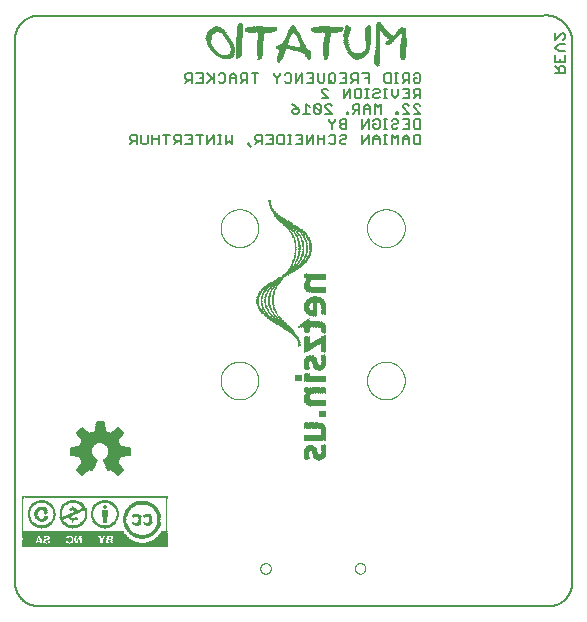
<source format=gbo>
G75*
%MOIN*%
%OFA0B0*%
%FSLAX25Y25*%
%IPPOS*%
%LPD*%
%AMOC8*
5,1,8,0,0,1.08239X$1,22.5*
%
%ADD10C,0.00700*%
%ADD11C,0.00800*%
%ADD12R,0.00200X0.01800*%
%ADD13R,0.00200X0.01600*%
%ADD14R,0.00200X0.03000*%
%ADD15R,0.00200X0.02000*%
%ADD16R,0.00200X0.00200*%
%ADD17R,0.00200X0.02400*%
%ADD18R,0.00200X0.01400*%
%ADD19R,0.00200X0.02800*%
%ADD20R,0.00200X0.04200*%
%ADD21R,0.00200X0.02600*%
%ADD22R,0.00200X0.05600*%
%ADD23R,0.00200X0.03600*%
%ADD24R,0.00200X0.04400*%
%ADD25R,0.00200X0.03800*%
%ADD26R,0.00200X0.04600*%
%ADD27R,0.00200X0.03200*%
%ADD28R,0.00200X0.06000*%
%ADD29R,0.00200X0.02200*%
%ADD30R,0.00200X0.05000*%
%ADD31R,0.00200X0.04800*%
%ADD32R,0.00200X0.03400*%
%ADD33R,0.00200X0.05800*%
%ADD34R,0.00200X0.05200*%
%ADD35R,0.00200X0.05400*%
%ADD36R,0.00200X0.00400*%
%ADD37R,0.00200X0.01000*%
%ADD38R,0.00200X0.06400*%
%ADD39R,0.00200X0.04000*%
%ADD40R,0.00200X0.06600*%
%ADD41R,0.00200X0.00800*%
%ADD42R,0.00200X0.06200*%
%ADD43R,0.00200X0.01200*%
%ADD44R,0.00200X0.00600*%
%ADD45R,0.00100X0.00100*%
%ADD46R,0.00600X0.00100*%
%ADD47R,0.00800X0.00100*%
%ADD48R,0.01000X0.00100*%
%ADD49R,0.01200X0.00100*%
%ADD50R,0.01300X0.00100*%
%ADD51R,0.01400X0.00100*%
%ADD52R,0.01500X0.00100*%
%ADD53R,0.01600X0.00100*%
%ADD54R,0.01800X0.00100*%
%ADD55R,0.01700X0.00100*%
%ADD56R,0.00300X0.00100*%
%ADD57R,0.00500X0.00100*%
%ADD58R,0.01100X0.00100*%
%ADD59R,0.00200X0.00100*%
%ADD60R,0.02000X0.00100*%
%ADD61R,0.02400X0.00100*%
%ADD62R,0.02500X0.00100*%
%ADD63R,0.02900X0.00100*%
%ADD64R,0.03000X0.00100*%
%ADD65R,0.03200X0.00100*%
%ADD66R,0.00900X0.00100*%
%ADD67R,0.03600X0.00100*%
%ADD68R,0.03500X0.00100*%
%ADD69R,0.03900X0.00100*%
%ADD70R,0.03800X0.00100*%
%ADD71R,0.04300X0.00100*%
%ADD72R,0.04100X0.00100*%
%ADD73R,0.04600X0.00100*%
%ADD74R,0.04400X0.00100*%
%ADD75R,0.04900X0.00100*%
%ADD76R,0.05100X0.00100*%
%ADD77R,0.04800X0.00100*%
%ADD78R,0.01900X0.00100*%
%ADD79R,0.05300X0.00100*%
%ADD80R,0.05500X0.00100*%
%ADD81R,0.02200X0.00100*%
%ADD82R,0.02100X0.00100*%
%ADD83R,0.05400X0.00100*%
%ADD84R,0.05600X0.00100*%
%ADD85R,0.05800X0.00100*%
%ADD86R,0.06000X0.00100*%
%ADD87R,0.06200X0.00100*%
%ADD88R,0.02600X0.00100*%
%ADD89R,0.03100X0.00100*%
%ADD90R,0.04500X0.00100*%
%ADD91R,0.05000X0.00100*%
%ADD92R,0.05700X0.00100*%
%ADD93R,0.02700X0.00100*%
%ADD94R,0.06700X0.00100*%
%ADD95R,0.03400X0.00100*%
%ADD96R,0.10200X0.00100*%
%ADD97R,0.07400X0.00100*%
%ADD98R,0.06100X0.00100*%
%ADD99R,0.04200X0.00100*%
%ADD100R,0.03700X0.00100*%
%ADD101R,0.02300X0.00100*%
%ADD102R,0.02800X0.00100*%
%ADD103R,0.08800X0.00100*%
%ADD104R,0.03300X0.00100*%
%ADD105R,0.09400X0.00100*%
%ADD106R,0.09800X0.00100*%
%ADD107R,0.10100X0.00100*%
%ADD108R,0.05200X0.00100*%
%ADD109R,0.10400X0.00100*%
%ADD110R,0.10500X0.00100*%
%ADD111R,0.10600X0.00100*%
%ADD112R,0.10300X0.00100*%
%ADD113R,0.10000X0.00100*%
%ADD114R,0.06300X0.00100*%
%ADD115R,0.00700X0.00100*%
%ADD116R,0.00400X0.00100*%
%ADD117C,0.00000*%
%ADD118R,0.48400X0.00100*%
%ADD119R,0.32400X0.00100*%
%ADD120R,0.07100X0.00100*%
%ADD121R,0.07800X0.00100*%
%ADD122R,0.18200X0.00100*%
%ADD123R,0.06400X0.00100*%
%ADD124R,0.05900X0.00100*%
%ADD125R,0.07300X0.00100*%
%ADD126R,0.08700X0.00100*%
%ADD127R,0.08100X0.00100*%
%ADD128R,0.07500X0.00100*%
%ADD129R,0.07200X0.00100*%
%ADD130R,0.07000X0.00100*%
%ADD131R,0.06500X0.00100*%
%ADD132R,0.07900X0.00100*%
%ADD133R,0.04700X0.00100*%
%ADD134R,0.07600X0.00100*%
%ADD135R,0.04000X0.00100*%
%ADD136R,0.34400X0.00100*%
%ADD137R,0.34300X0.00100*%
%ADD138R,0.34200X0.00100*%
%ADD139R,0.34100X0.00100*%
%ADD140R,0.34000X0.00100*%
%ADD141R,0.33900X0.00100*%
%ADD142R,0.33800X0.00100*%
%ADD143R,0.33700X0.00100*%
%ADD144R,0.06900X0.00100*%
%ADD145R,0.06600X0.00100*%
%ADD146R,0.46600X0.00100*%
%ADD147C,0.00591*%
D10*
X0009830Y0018054D02*
X0179814Y0018054D01*
X0180004Y0018056D01*
X0180194Y0018063D01*
X0180384Y0018075D01*
X0180574Y0018091D01*
X0180763Y0018111D01*
X0180952Y0018137D01*
X0181140Y0018166D01*
X0181327Y0018201D01*
X0181513Y0018240D01*
X0181698Y0018283D01*
X0181883Y0018331D01*
X0182066Y0018383D01*
X0182247Y0018439D01*
X0182427Y0018500D01*
X0182606Y0018566D01*
X0182783Y0018635D01*
X0182959Y0018709D01*
X0183132Y0018787D01*
X0183304Y0018870D01*
X0183473Y0018956D01*
X0183641Y0019046D01*
X0183806Y0019141D01*
X0183969Y0019239D01*
X0184129Y0019342D01*
X0184287Y0019448D01*
X0184442Y0019558D01*
X0184595Y0019671D01*
X0184745Y0019789D01*
X0184891Y0019910D01*
X0185035Y0020034D01*
X0185176Y0020162D01*
X0185314Y0020293D01*
X0185449Y0020428D01*
X0185580Y0020566D01*
X0185708Y0020707D01*
X0185832Y0020851D01*
X0185953Y0020997D01*
X0186071Y0021147D01*
X0186184Y0021300D01*
X0186294Y0021455D01*
X0186400Y0021613D01*
X0186503Y0021773D01*
X0186601Y0021936D01*
X0186696Y0022101D01*
X0186786Y0022269D01*
X0186872Y0022438D01*
X0186955Y0022610D01*
X0187033Y0022783D01*
X0187107Y0022959D01*
X0187176Y0023136D01*
X0187242Y0023315D01*
X0187303Y0023495D01*
X0187359Y0023676D01*
X0187411Y0023859D01*
X0187459Y0024044D01*
X0187502Y0024229D01*
X0187541Y0024415D01*
X0187576Y0024602D01*
X0187605Y0024790D01*
X0187631Y0024979D01*
X0187651Y0025168D01*
X0187667Y0025358D01*
X0187679Y0025548D01*
X0187686Y0025738D01*
X0187688Y0025928D01*
X0187688Y0207030D01*
X0187662Y0207244D01*
X0187631Y0207457D01*
X0187594Y0207669D01*
X0187552Y0207881D01*
X0187505Y0208091D01*
X0187453Y0208300D01*
X0187396Y0208508D01*
X0187334Y0208714D01*
X0187267Y0208919D01*
X0187196Y0209122D01*
X0187119Y0209323D01*
X0187037Y0209522D01*
X0186951Y0209720D01*
X0186860Y0209915D01*
X0186764Y0210108D01*
X0186663Y0210298D01*
X0186558Y0210486D01*
X0186449Y0210672D01*
X0186335Y0210854D01*
X0186216Y0211034D01*
X0186094Y0211211D01*
X0185967Y0211385D01*
X0185836Y0211556D01*
X0185700Y0211724D01*
X0185561Y0211888D01*
X0185418Y0212049D01*
X0185271Y0212207D01*
X0185120Y0212360D01*
X0184966Y0212511D01*
X0184808Y0212657D01*
X0184646Y0212800D01*
X0184482Y0212938D01*
X0184313Y0213073D01*
X0184142Y0213203D01*
X0183968Y0213329D01*
X0183790Y0213451D01*
X0183610Y0213569D01*
X0183426Y0213682D01*
X0183241Y0213791D01*
X0183052Y0213896D01*
X0182861Y0213995D01*
X0182668Y0214090D01*
X0182472Y0214181D01*
X0182275Y0214266D01*
X0182075Y0214347D01*
X0181874Y0214423D01*
X0181670Y0214494D01*
X0181465Y0214560D01*
X0181259Y0214622D01*
X0181051Y0214678D01*
X0180842Y0214729D01*
X0180631Y0214775D01*
X0180420Y0214816D01*
X0180207Y0214852D01*
X0179994Y0214883D01*
X0179780Y0214908D01*
X0179566Y0214929D01*
X0179351Y0214944D01*
X0179136Y0214954D01*
X0178921Y0214959D01*
X0178705Y0214958D01*
X0178490Y0214953D01*
X0178275Y0214942D01*
X0178060Y0214926D01*
X0177846Y0214904D01*
X0177845Y0214904D02*
X0009830Y0214904D01*
X0009640Y0214902D01*
X0009450Y0214895D01*
X0009260Y0214883D01*
X0009070Y0214867D01*
X0008881Y0214847D01*
X0008692Y0214821D01*
X0008504Y0214792D01*
X0008317Y0214757D01*
X0008131Y0214718D01*
X0007946Y0214675D01*
X0007761Y0214627D01*
X0007578Y0214575D01*
X0007397Y0214519D01*
X0007217Y0214458D01*
X0007038Y0214392D01*
X0006861Y0214323D01*
X0006685Y0214249D01*
X0006512Y0214171D01*
X0006340Y0214088D01*
X0006171Y0214002D01*
X0006003Y0213912D01*
X0005838Y0213817D01*
X0005675Y0213719D01*
X0005515Y0213616D01*
X0005357Y0213510D01*
X0005202Y0213400D01*
X0005049Y0213287D01*
X0004899Y0213169D01*
X0004753Y0213048D01*
X0004609Y0212924D01*
X0004468Y0212796D01*
X0004330Y0212665D01*
X0004195Y0212530D01*
X0004064Y0212392D01*
X0003936Y0212251D01*
X0003812Y0212107D01*
X0003691Y0211961D01*
X0003573Y0211811D01*
X0003460Y0211658D01*
X0003350Y0211503D01*
X0003244Y0211345D01*
X0003141Y0211185D01*
X0003043Y0211022D01*
X0002948Y0210857D01*
X0002858Y0210689D01*
X0002772Y0210520D01*
X0002689Y0210348D01*
X0002611Y0210175D01*
X0002537Y0209999D01*
X0002468Y0209822D01*
X0002402Y0209643D01*
X0002341Y0209463D01*
X0002285Y0209282D01*
X0002233Y0209099D01*
X0002185Y0208914D01*
X0002142Y0208729D01*
X0002103Y0208543D01*
X0002068Y0208356D01*
X0002039Y0208168D01*
X0002013Y0207979D01*
X0001993Y0207790D01*
X0001977Y0207600D01*
X0001965Y0207410D01*
X0001958Y0207220D01*
X0001956Y0207030D01*
X0001956Y0025928D01*
X0001958Y0025738D01*
X0001965Y0025548D01*
X0001977Y0025358D01*
X0001993Y0025168D01*
X0002013Y0024979D01*
X0002039Y0024790D01*
X0002068Y0024602D01*
X0002103Y0024415D01*
X0002142Y0024229D01*
X0002185Y0024044D01*
X0002233Y0023859D01*
X0002285Y0023676D01*
X0002341Y0023495D01*
X0002402Y0023315D01*
X0002468Y0023136D01*
X0002537Y0022959D01*
X0002611Y0022783D01*
X0002689Y0022610D01*
X0002772Y0022438D01*
X0002858Y0022269D01*
X0002948Y0022101D01*
X0003043Y0021936D01*
X0003141Y0021773D01*
X0003244Y0021613D01*
X0003350Y0021455D01*
X0003460Y0021300D01*
X0003573Y0021147D01*
X0003691Y0020997D01*
X0003812Y0020851D01*
X0003936Y0020707D01*
X0004064Y0020566D01*
X0004195Y0020428D01*
X0004330Y0020293D01*
X0004468Y0020162D01*
X0004609Y0020034D01*
X0004753Y0019910D01*
X0004899Y0019789D01*
X0005049Y0019671D01*
X0005202Y0019558D01*
X0005357Y0019448D01*
X0005515Y0019342D01*
X0005675Y0019239D01*
X0005838Y0019141D01*
X0006003Y0019046D01*
X0006171Y0018956D01*
X0006340Y0018870D01*
X0006512Y0018787D01*
X0006685Y0018709D01*
X0006861Y0018635D01*
X0007038Y0018566D01*
X0007217Y0018500D01*
X0007397Y0018439D01*
X0007578Y0018383D01*
X0007761Y0018331D01*
X0007946Y0018283D01*
X0008131Y0018240D01*
X0008317Y0018201D01*
X0008504Y0018166D01*
X0008692Y0018137D01*
X0008881Y0018111D01*
X0009070Y0018091D01*
X0009260Y0018075D01*
X0009450Y0018063D01*
X0009640Y0018056D01*
X0009830Y0018054D01*
D11*
X0040319Y0171997D02*
X0041387Y0173064D01*
X0040853Y0173064D02*
X0042455Y0173064D01*
X0042455Y0171997D02*
X0042455Y0175200D01*
X0040853Y0175200D01*
X0040319Y0174666D01*
X0040319Y0173598D01*
X0040853Y0173064D01*
X0044003Y0172531D02*
X0044003Y0175200D01*
X0046138Y0175200D02*
X0046138Y0172531D01*
X0045604Y0171997D01*
X0044536Y0171997D01*
X0044003Y0172531D01*
X0047686Y0171997D02*
X0047686Y0175200D01*
X0047686Y0173598D02*
X0049821Y0173598D01*
X0049821Y0171997D02*
X0049821Y0175200D01*
X0051369Y0175200D02*
X0053504Y0175200D01*
X0052436Y0175200D02*
X0052436Y0171997D01*
X0055052Y0171997D02*
X0056120Y0173064D01*
X0055586Y0173064D02*
X0057187Y0173064D01*
X0057187Y0171997D02*
X0057187Y0175200D01*
X0055586Y0175200D01*
X0055052Y0174666D01*
X0055052Y0173598D01*
X0055586Y0173064D01*
X0058735Y0171997D02*
X0060870Y0171997D01*
X0060870Y0175200D01*
X0058735Y0175200D01*
X0059803Y0173598D02*
X0060870Y0173598D01*
X0062418Y0175200D02*
X0064553Y0175200D01*
X0063486Y0175200D02*
X0063486Y0171997D01*
X0066101Y0171997D02*
X0066101Y0175200D01*
X0068237Y0175200D02*
X0066101Y0171997D01*
X0068237Y0171997D02*
X0068237Y0175200D01*
X0069624Y0175200D02*
X0070692Y0175200D01*
X0070158Y0175200D02*
X0070158Y0171997D01*
X0070692Y0171997D02*
X0069624Y0171997D01*
X0072240Y0171997D02*
X0072240Y0175200D01*
X0074375Y0175200D02*
X0074375Y0171997D01*
X0073308Y0173064D01*
X0072240Y0171997D01*
X0079446Y0171997D02*
X0079980Y0171997D01*
X0079980Y0172531D01*
X0079446Y0172531D01*
X0079446Y0171997D01*
X0080514Y0170929D01*
X0082062Y0171997D02*
X0083129Y0173064D01*
X0082595Y0173064D02*
X0084197Y0173064D01*
X0084197Y0171997D02*
X0084197Y0175200D01*
X0082595Y0175200D01*
X0082062Y0174666D01*
X0082062Y0173598D01*
X0082595Y0173064D01*
X0085745Y0171997D02*
X0087880Y0171997D01*
X0087880Y0175200D01*
X0085745Y0175200D01*
X0086812Y0173598D02*
X0087880Y0173598D01*
X0089428Y0172531D02*
X0089428Y0174666D01*
X0089962Y0175200D01*
X0091563Y0175200D01*
X0091563Y0171997D01*
X0089962Y0171997D01*
X0089428Y0172531D01*
X0092951Y0171997D02*
X0094019Y0171997D01*
X0093485Y0171997D02*
X0093485Y0175200D01*
X0094019Y0175200D02*
X0092951Y0175200D01*
X0095567Y0175200D02*
X0097702Y0175200D01*
X0097702Y0171997D01*
X0095567Y0171997D01*
X0096634Y0173598D02*
X0097702Y0173598D01*
X0099250Y0171997D02*
X0099250Y0175200D01*
X0101385Y0175200D02*
X0099250Y0171997D01*
X0101385Y0171997D02*
X0101385Y0175200D01*
X0102933Y0175200D02*
X0102933Y0171997D01*
X0102933Y0173598D02*
X0105068Y0173598D01*
X0105068Y0171997D02*
X0105068Y0175200D01*
X0106616Y0174666D02*
X0107150Y0175200D01*
X0108217Y0175200D01*
X0108751Y0174666D01*
X0108751Y0172531D01*
X0108217Y0171997D01*
X0107150Y0171997D01*
X0106616Y0172531D01*
X0110299Y0172531D02*
X0110833Y0171997D01*
X0111901Y0171997D01*
X0112434Y0172531D01*
X0111901Y0173598D02*
X0110833Y0173598D01*
X0110299Y0173064D01*
X0110299Y0172531D01*
X0111901Y0173598D02*
X0112434Y0174132D01*
X0112434Y0174666D01*
X0111901Y0175200D01*
X0110833Y0175200D01*
X0110299Y0174666D01*
X0110833Y0177115D02*
X0112434Y0177115D01*
X0112434Y0180318D01*
X0110833Y0180318D01*
X0110299Y0179784D01*
X0110299Y0179250D01*
X0110833Y0178716D01*
X0112434Y0178716D01*
X0110833Y0178716D02*
X0110299Y0178183D01*
X0110299Y0177649D01*
X0110833Y0177115D01*
X0107684Y0177115D02*
X0107684Y0178716D01*
X0106616Y0179784D01*
X0106616Y0180318D01*
X0107684Y0178716D02*
X0108751Y0179784D01*
X0108751Y0180318D01*
X0107523Y0182233D02*
X0105388Y0184368D01*
X0105388Y0184902D01*
X0105922Y0185436D01*
X0106990Y0185436D01*
X0107523Y0184902D01*
X0107523Y0182233D02*
X0105388Y0182233D01*
X0103840Y0182767D02*
X0103840Y0184902D01*
X0103306Y0185436D01*
X0102239Y0185436D01*
X0101705Y0184902D01*
X0103840Y0182767D01*
X0103306Y0182233D01*
X0102239Y0182233D01*
X0101705Y0182767D01*
X0101705Y0184902D01*
X0100157Y0184368D02*
X0099090Y0185436D01*
X0099090Y0182233D01*
X0100157Y0182233D02*
X0098022Y0182233D01*
X0096474Y0182767D02*
X0095940Y0182233D01*
X0094873Y0182233D01*
X0094339Y0182767D01*
X0094339Y0183301D01*
X0094873Y0183834D01*
X0096474Y0183834D01*
X0096474Y0182767D01*
X0096474Y0183834D02*
X0095406Y0184902D01*
X0094339Y0185436D01*
X0093485Y0192469D02*
X0092417Y0192469D01*
X0091883Y0193003D01*
X0093485Y0192469D02*
X0094019Y0193003D01*
X0094019Y0195138D01*
X0093485Y0195672D01*
X0092417Y0195672D01*
X0091883Y0195138D01*
X0090335Y0195138D02*
X0089268Y0194071D01*
X0089268Y0192469D01*
X0089268Y0194071D02*
X0088200Y0195138D01*
X0088200Y0195672D01*
X0090335Y0195672D02*
X0090335Y0195138D01*
X0095567Y0195672D02*
X0095567Y0192469D01*
X0097702Y0195672D01*
X0097702Y0192469D01*
X0099250Y0192469D02*
X0101385Y0192469D01*
X0101385Y0195672D01*
X0099250Y0195672D01*
X0100317Y0194071D02*
X0101385Y0194071D01*
X0102933Y0193003D02*
X0103467Y0192469D01*
X0104534Y0192469D01*
X0105068Y0193003D01*
X0105068Y0195672D01*
X0106616Y0195138D02*
X0106616Y0193003D01*
X0107150Y0192469D01*
X0108217Y0192469D01*
X0108751Y0193003D01*
X0108751Y0195138D01*
X0108217Y0195672D01*
X0107150Y0195672D01*
X0106616Y0195138D01*
X0107684Y0193537D02*
X0106616Y0192469D01*
X0105762Y0190554D02*
X0106296Y0190020D01*
X0105762Y0190554D02*
X0104694Y0190554D01*
X0104161Y0190020D01*
X0104161Y0189486D01*
X0106296Y0187351D01*
X0104161Y0187351D01*
X0102933Y0193003D02*
X0102933Y0195672D01*
X0110299Y0195672D02*
X0112434Y0195672D01*
X0112434Y0192469D01*
X0110299Y0192469D01*
X0111367Y0194071D02*
X0112434Y0194071D01*
X0113982Y0194071D02*
X0113982Y0195138D01*
X0114516Y0195672D01*
X0116117Y0195672D01*
X0116117Y0192469D01*
X0116117Y0193537D02*
X0114516Y0193537D01*
X0113982Y0194071D01*
X0115050Y0193537D02*
X0113982Y0192469D01*
X0113662Y0190554D02*
X0111527Y0187351D01*
X0111527Y0190554D01*
X0113662Y0190554D02*
X0113662Y0187351D01*
X0115210Y0187885D02*
X0115210Y0190020D01*
X0115744Y0190554D01*
X0116811Y0190554D01*
X0117345Y0190020D01*
X0117345Y0187885D01*
X0116811Y0187351D01*
X0115744Y0187351D01*
X0115210Y0187885D01*
X0115130Y0185436D02*
X0114596Y0184902D01*
X0114596Y0183834D01*
X0115130Y0183301D01*
X0116731Y0183301D01*
X0115664Y0183301D02*
X0114596Y0182233D01*
X0113048Y0182233D02*
X0112514Y0182233D01*
X0112514Y0182767D01*
X0113048Y0182767D01*
X0113048Y0182233D01*
X0115130Y0185436D02*
X0116731Y0185436D01*
X0116731Y0182233D01*
X0118279Y0182233D02*
X0118279Y0184368D01*
X0119347Y0185436D01*
X0120414Y0184368D01*
X0120414Y0182233D01*
X0121962Y0182233D02*
X0121962Y0185436D01*
X0123030Y0184368D01*
X0124098Y0185436D01*
X0124098Y0182233D01*
X0124872Y0180318D02*
X0125939Y0180318D01*
X0125405Y0180318D02*
X0125405Y0177115D01*
X0124872Y0177115D02*
X0125939Y0177115D01*
X0127487Y0177649D02*
X0128021Y0177115D01*
X0129089Y0177115D01*
X0129622Y0177649D01*
X0129089Y0178716D02*
X0128021Y0178716D01*
X0127487Y0178183D01*
X0127487Y0177649D01*
X0129089Y0178716D02*
X0129622Y0179250D01*
X0129622Y0179784D01*
X0129089Y0180318D01*
X0128021Y0180318D01*
X0127487Y0179784D01*
X0129089Y0182233D02*
X0129622Y0182233D01*
X0129622Y0182767D01*
X0129089Y0182767D01*
X0129089Y0182233D01*
X0131170Y0182233D02*
X0133305Y0182233D01*
X0131170Y0184368D01*
X0131170Y0184902D01*
X0131704Y0185436D01*
X0132772Y0185436D01*
X0133305Y0184902D01*
X0134853Y0184902D02*
X0135387Y0185436D01*
X0136455Y0185436D01*
X0136989Y0184902D01*
X0134853Y0184902D02*
X0134853Y0184368D01*
X0136989Y0182233D01*
X0134853Y0182233D01*
X0135387Y0180318D02*
X0136989Y0180318D01*
X0136989Y0177115D01*
X0135387Y0177115D01*
X0134853Y0177649D01*
X0134853Y0179784D01*
X0135387Y0180318D01*
X0133305Y0180318D02*
X0133305Y0177115D01*
X0131170Y0177115D01*
X0132238Y0178716D02*
X0133305Y0178716D01*
X0133305Y0180318D02*
X0131170Y0180318D01*
X0132238Y0175200D02*
X0131170Y0174132D01*
X0131170Y0171997D01*
X0129622Y0171997D02*
X0129622Y0175200D01*
X0128555Y0174132D01*
X0127487Y0175200D01*
X0127487Y0171997D01*
X0125939Y0171997D02*
X0124872Y0171997D01*
X0125405Y0171997D02*
X0125405Y0175200D01*
X0124872Y0175200D02*
X0125939Y0175200D01*
X0123484Y0174132D02*
X0123484Y0171997D01*
X0123484Y0173598D02*
X0121349Y0173598D01*
X0121349Y0174132D02*
X0121349Y0171997D01*
X0119801Y0171997D02*
X0119801Y0175200D01*
X0117665Y0171997D01*
X0117665Y0175200D01*
X0117665Y0177115D02*
X0117665Y0180318D01*
X0119801Y0180318D02*
X0117665Y0177115D01*
X0119801Y0177115D02*
X0119801Y0180318D01*
X0121349Y0179784D02*
X0121882Y0180318D01*
X0122950Y0180318D01*
X0123484Y0179784D01*
X0123484Y0177649D01*
X0122950Y0177115D01*
X0121882Y0177115D01*
X0121349Y0177649D01*
X0121349Y0178716D01*
X0122416Y0178716D01*
X0122416Y0175200D02*
X0121349Y0174132D01*
X0122416Y0175200D02*
X0123484Y0174132D01*
X0131170Y0173598D02*
X0133305Y0173598D01*
X0133305Y0174132D02*
X0132238Y0175200D01*
X0133305Y0174132D02*
X0133305Y0171997D01*
X0134853Y0172531D02*
X0134853Y0174666D01*
X0135387Y0175200D01*
X0136989Y0175200D01*
X0136989Y0171997D01*
X0135387Y0171997D01*
X0134853Y0172531D01*
X0134853Y0187351D02*
X0135921Y0188419D01*
X0135387Y0188419D02*
X0136989Y0188419D01*
X0136989Y0187351D02*
X0136989Y0190554D01*
X0135387Y0190554D01*
X0134853Y0190020D01*
X0134853Y0188953D01*
X0135387Y0188419D01*
X0133305Y0188953D02*
X0132238Y0188953D01*
X0133305Y0190554D02*
X0131170Y0190554D01*
X0129622Y0190554D02*
X0129622Y0188419D01*
X0128555Y0187351D01*
X0127487Y0188419D01*
X0127487Y0190554D01*
X0125939Y0190554D02*
X0124872Y0190554D01*
X0125405Y0190554D02*
X0125405Y0187351D01*
X0124872Y0187351D02*
X0125939Y0187351D01*
X0123484Y0187885D02*
X0122950Y0187351D01*
X0121882Y0187351D01*
X0121349Y0187885D01*
X0121349Y0188419D01*
X0121882Y0188953D01*
X0122950Y0188953D01*
X0123484Y0189486D01*
X0123484Y0190020D01*
X0122950Y0190554D01*
X0121882Y0190554D01*
X0121349Y0190020D01*
X0119801Y0190554D02*
X0118733Y0190554D01*
X0119267Y0190554D02*
X0119267Y0187351D01*
X0119801Y0187351D02*
X0118733Y0187351D01*
X0118279Y0183834D02*
X0120414Y0183834D01*
X0119801Y0192469D02*
X0119801Y0195672D01*
X0117665Y0195672D01*
X0118733Y0194071D02*
X0119801Y0194071D01*
X0125032Y0193003D02*
X0125032Y0195138D01*
X0125566Y0195672D01*
X0127167Y0195672D01*
X0127167Y0192469D01*
X0125566Y0192469D01*
X0125032Y0193003D01*
X0128555Y0192469D02*
X0129622Y0192469D01*
X0129089Y0192469D02*
X0129089Y0195672D01*
X0129622Y0195672D02*
X0128555Y0195672D01*
X0131170Y0195138D02*
X0131170Y0194071D01*
X0131704Y0193537D01*
X0133305Y0193537D01*
X0132238Y0193537D02*
X0131170Y0192469D01*
X0133305Y0192469D02*
X0133305Y0195672D01*
X0131704Y0195672D01*
X0131170Y0195138D01*
X0134853Y0195138D02*
X0135387Y0195672D01*
X0136455Y0195672D01*
X0136989Y0195138D01*
X0136989Y0193003D01*
X0136455Y0192469D01*
X0135387Y0192469D01*
X0134853Y0193003D01*
X0134853Y0194071D01*
X0135921Y0194071D01*
X0133305Y0190554D02*
X0133305Y0187351D01*
X0131170Y0187351D01*
X0082969Y0195672D02*
X0080834Y0195672D01*
X0081902Y0195672D02*
X0081902Y0192469D01*
X0079286Y0192469D02*
X0079286Y0195672D01*
X0077685Y0195672D01*
X0077151Y0195138D01*
X0077151Y0194071D01*
X0077685Y0193537D01*
X0079286Y0193537D01*
X0078218Y0193537D02*
X0077151Y0192469D01*
X0075603Y0192469D02*
X0075603Y0194604D01*
X0074535Y0195672D01*
X0073468Y0194604D01*
X0073468Y0192469D01*
X0073468Y0194071D02*
X0075603Y0194071D01*
X0071920Y0195138D02*
X0071920Y0193003D01*
X0071386Y0192469D01*
X0070318Y0192469D01*
X0069785Y0193003D01*
X0068237Y0192469D02*
X0068237Y0195672D01*
X0069785Y0195138D02*
X0070318Y0195672D01*
X0071386Y0195672D01*
X0071920Y0195138D01*
X0068237Y0193537D02*
X0066101Y0195672D01*
X0064553Y0195672D02*
X0064553Y0192469D01*
X0062418Y0192469D01*
X0060870Y0192469D02*
X0060870Y0195672D01*
X0059269Y0195672D01*
X0058735Y0195138D01*
X0058735Y0194071D01*
X0059269Y0193537D01*
X0060870Y0193537D01*
X0059803Y0193537D02*
X0058735Y0192469D01*
X0062418Y0195672D02*
X0064553Y0195672D01*
X0064553Y0194071D02*
X0063486Y0194071D01*
X0066101Y0192469D02*
X0067703Y0194071D01*
X0182053Y0195820D02*
X0185256Y0195820D01*
X0185256Y0197422D01*
X0184722Y0197956D01*
X0183655Y0197956D01*
X0183121Y0197422D01*
X0183121Y0195820D01*
X0183121Y0196888D02*
X0182053Y0197956D01*
X0182053Y0199504D02*
X0182053Y0201639D01*
X0183121Y0203187D02*
X0182053Y0204254D01*
X0183121Y0205322D01*
X0185256Y0205322D01*
X0184722Y0206870D02*
X0185256Y0207404D01*
X0185256Y0208471D01*
X0184722Y0209005D01*
X0184188Y0209005D01*
X0182053Y0206870D01*
X0182053Y0209005D01*
X0183121Y0203187D02*
X0185256Y0203187D01*
X0185256Y0201639D02*
X0185256Y0199504D01*
X0182053Y0199504D01*
X0183655Y0199504D02*
X0183655Y0200571D01*
D12*
X0105756Y0127854D03*
X0104756Y0127854D03*
X0103556Y0127854D03*
X0102356Y0127854D03*
X0099356Y0127854D03*
X0099156Y0128054D03*
X0097756Y0132054D03*
X0097956Y0132454D03*
X0095756Y0130654D03*
X0093156Y0129254D03*
X0090556Y0126854D03*
X0087756Y0125254D03*
X0085956Y0124254D03*
X0085556Y0123854D03*
X0085756Y0121254D03*
X0088356Y0122054D03*
X0088356Y0117854D03*
X0085756Y0118454D03*
X0086156Y0114854D03*
X0086356Y0114654D03*
X0088356Y0113454D03*
X0094156Y0109854D03*
X0094556Y0109454D03*
X0094956Y0109054D03*
X0096556Y0106654D03*
X0098356Y0111854D03*
X0098556Y0111854D03*
X0100756Y0111854D03*
X0101556Y0111854D03*
X0102156Y0111854D03*
X0102756Y0111854D03*
X0103356Y0111854D03*
X0101156Y0115654D03*
X0100956Y0115654D03*
X0100556Y0115854D03*
X0100756Y0120054D03*
X0101156Y0120054D03*
X0100556Y0100654D03*
X0103556Y0097454D03*
X0103756Y0093854D03*
X0104156Y0093854D03*
X0104556Y0093854D03*
X0104956Y0093854D03*
X0103356Y0093854D03*
X0102956Y0093854D03*
X0102556Y0093854D03*
X0102156Y0093854D03*
X0101756Y0093854D03*
X0101356Y0093854D03*
X0100956Y0093854D03*
X0100556Y0093854D03*
X0099356Y0090054D03*
X0099156Y0090054D03*
X0098956Y0090054D03*
X0102356Y0089854D03*
X0103156Y0089854D03*
X0103956Y0089854D03*
X0104756Y0089854D03*
X0105556Y0089854D03*
X0105556Y0085654D03*
X0105756Y0085654D03*
X0105156Y0085654D03*
X0104756Y0085654D03*
X0104356Y0085654D03*
X0103956Y0085654D03*
X0103556Y0085654D03*
X0103156Y0085654D03*
X0102756Y0085654D03*
X0102356Y0085654D03*
X0101956Y0085654D03*
X0101556Y0085654D03*
X0101156Y0085654D03*
X0103756Y0082254D03*
X0105756Y0082254D03*
X0103156Y0078254D03*
X0102756Y0078254D03*
X0101956Y0078254D03*
X0101156Y0078254D03*
X0100756Y0078254D03*
X0099956Y0078254D03*
X0099556Y0078254D03*
X0098756Y0078254D03*
X0098756Y0074054D03*
X0099356Y0074054D03*
X0099956Y0074054D03*
X0100556Y0074054D03*
X0101156Y0074054D03*
X0101756Y0074054D03*
X0102356Y0074054D03*
X0102956Y0074054D03*
X0103756Y0074054D03*
X0103756Y0067654D03*
X0095756Y0094054D03*
X0096756Y0139054D03*
X0100156Y0140054D03*
X0097556Y0142854D03*
X0095356Y0144254D03*
X0094556Y0144854D03*
X0090156Y0147454D03*
X0089756Y0147854D03*
X0089356Y0148254D03*
X0088956Y0148654D03*
X0088756Y0148854D03*
X0087556Y0150854D03*
X0086956Y0152454D03*
D13*
X0087756Y0150554D03*
X0087956Y0149954D03*
X0088156Y0149754D03*
X0088356Y0149354D03*
X0088556Y0149154D03*
X0089156Y0148354D03*
X0094956Y0144554D03*
X0096756Y0143554D03*
X0097156Y0143154D03*
X0097356Y0143154D03*
X0095356Y0140154D03*
X0099156Y0139354D03*
X0100156Y0134754D03*
X0099956Y0134354D03*
X0097556Y0131954D03*
X0097156Y0131554D03*
X0095556Y0130554D03*
X0095156Y0130354D03*
X0092956Y0128954D03*
X0090756Y0127154D03*
X0087956Y0125554D03*
X0086556Y0124754D03*
X0085756Y0124154D03*
X0084556Y0118354D03*
X0083556Y0117554D03*
X0083756Y0117154D03*
X0087156Y0117754D03*
X0086556Y0114554D03*
X0086756Y0114354D03*
X0086956Y0114154D03*
X0088756Y0113154D03*
X0094356Y0109554D03*
X0094756Y0109154D03*
X0095356Y0108554D03*
X0095756Y0108154D03*
X0096156Y0107554D03*
X0096356Y0106954D03*
X0098156Y0111754D03*
X0104356Y0116154D03*
X0105756Y0123554D03*
X0098956Y0127954D03*
X0098756Y0127954D03*
X0096556Y0134554D03*
X0095356Y0134354D03*
X0104356Y0100754D03*
X0105756Y0089954D03*
X0098756Y0089954D03*
X0104356Y0070754D03*
D14*
X0102756Y0068254D03*
X0101356Y0070254D03*
X0098956Y0087054D03*
X0099156Y0094254D03*
X0099556Y0094254D03*
X0102756Y0098054D03*
X0090956Y0112454D03*
X0098956Y0124854D03*
X0105756Y0117454D03*
X0087356Y0151854D03*
D15*
X0089556Y0147954D03*
X0089956Y0147554D03*
X0090356Y0147154D03*
X0090556Y0147154D03*
X0090956Y0146754D03*
X0093356Y0145354D03*
X0094756Y0144554D03*
X0095756Y0143954D03*
X0100356Y0135354D03*
X0096156Y0131154D03*
X0095956Y0130954D03*
X0094556Y0130154D03*
X0093356Y0129354D03*
X0090356Y0126754D03*
X0090156Y0126554D03*
X0089356Y0126154D03*
X0089156Y0126154D03*
X0088156Y0125554D03*
X0087556Y0125154D03*
X0087356Y0124954D03*
X0083356Y0121354D03*
X0088956Y0113154D03*
X0090756Y0112154D03*
X0092756Y0110954D03*
X0093356Y0110554D03*
X0093556Y0110354D03*
X0093756Y0110154D03*
X0093956Y0109954D03*
X0100556Y0111954D03*
X0100956Y0111954D03*
X0101156Y0111954D03*
X0101356Y0111954D03*
X0101756Y0111954D03*
X0101956Y0111954D03*
X0102356Y0111954D03*
X0102556Y0111954D03*
X0102956Y0111954D03*
X0103156Y0111954D03*
X0103556Y0111954D03*
X0103956Y0111754D03*
X0105756Y0110354D03*
X0103956Y0106554D03*
X0102956Y0105954D03*
X0102556Y0105754D03*
X0101956Y0105354D03*
X0100556Y0104554D03*
X0100756Y0100754D03*
X0100956Y0100554D03*
X0100156Y0100554D03*
X0103356Y0097554D03*
X0103756Y0097554D03*
X0103956Y0097554D03*
X0104156Y0097754D03*
X0104356Y0093754D03*
X0104756Y0093754D03*
X0105156Y0093754D03*
X0105356Y0093754D03*
X0105556Y0093754D03*
X0103956Y0093754D03*
X0103556Y0093754D03*
X0103156Y0093754D03*
X0102756Y0093754D03*
X0102356Y0093754D03*
X0101956Y0093754D03*
X0101556Y0093754D03*
X0101156Y0093754D03*
X0100756Y0093754D03*
X0100356Y0093754D03*
X0100156Y0093954D03*
X0097356Y0094154D03*
X0101356Y0089954D03*
X0101556Y0089754D03*
X0101756Y0089954D03*
X0101956Y0089954D03*
X0102156Y0089954D03*
X0102556Y0089954D03*
X0102756Y0089954D03*
X0102956Y0089954D03*
X0103356Y0089954D03*
X0103556Y0089954D03*
X0103756Y0089954D03*
X0104156Y0089954D03*
X0104356Y0089954D03*
X0104556Y0089954D03*
X0104956Y0089954D03*
X0105156Y0089954D03*
X0105356Y0089954D03*
X0100756Y0085754D03*
X0103956Y0082154D03*
X0105556Y0082154D03*
X0103756Y0078154D03*
X0103556Y0078154D03*
X0102956Y0078354D03*
X0102556Y0078354D03*
X0102356Y0078154D03*
X0102156Y0078354D03*
X0101756Y0078354D03*
X0101556Y0078154D03*
X0101356Y0078354D03*
X0100956Y0078354D03*
X0100556Y0078354D03*
X0100356Y0078154D03*
X0100156Y0078354D03*
X0099756Y0078354D03*
X0099356Y0078354D03*
X0099156Y0078154D03*
X0098956Y0078354D03*
X0098956Y0074154D03*
X0099156Y0074154D03*
X0099556Y0074154D03*
X0099756Y0074154D03*
X0100156Y0074154D03*
X0100356Y0074154D03*
X0100756Y0074154D03*
X0100956Y0074154D03*
X0101356Y0074154D03*
X0101556Y0074154D03*
X0101956Y0074154D03*
X0102156Y0074154D03*
X0102556Y0074154D03*
X0102756Y0074154D03*
X0103156Y0074154D03*
X0103356Y0074154D03*
X0103556Y0074154D03*
X0103956Y0074154D03*
X0104156Y0074154D03*
X0100756Y0070754D03*
X0100556Y0070754D03*
X0100356Y0070754D03*
X0100156Y0070554D03*
X0103156Y0067754D03*
X0103356Y0067554D03*
X0103556Y0067554D03*
X0101356Y0115754D03*
X0100756Y0115754D03*
X0100356Y0115954D03*
X0100356Y0119754D03*
X0100556Y0119754D03*
X0100956Y0120154D03*
X0101356Y0120154D03*
X0102956Y0120154D03*
X0103156Y0120154D03*
X0103356Y0120154D03*
X0103556Y0119954D03*
X0103756Y0119954D03*
X0103756Y0123554D03*
X0103956Y0123554D03*
X0104156Y0123554D03*
X0104356Y0123554D03*
X0104556Y0123554D03*
X0104756Y0123554D03*
X0104956Y0123554D03*
X0105156Y0123554D03*
X0105356Y0123554D03*
X0105556Y0123554D03*
X0103556Y0123554D03*
X0103356Y0123554D03*
X0103156Y0123554D03*
X0102956Y0123554D03*
X0102756Y0123554D03*
X0102556Y0123554D03*
X0102356Y0123554D03*
X0102156Y0123554D03*
X0101956Y0123554D03*
X0101756Y0123554D03*
X0101556Y0123554D03*
X0101356Y0123554D03*
X0101156Y0123554D03*
X0100956Y0123554D03*
X0101156Y0127754D03*
X0101356Y0127754D03*
X0101556Y0127754D03*
X0101756Y0127754D03*
X0101956Y0127754D03*
X0102156Y0127754D03*
X0102556Y0127754D03*
X0102756Y0127754D03*
X0102956Y0127754D03*
X0103156Y0127754D03*
X0103356Y0127754D03*
X0103756Y0127754D03*
X0103956Y0127754D03*
X0104156Y0127754D03*
X0104356Y0127754D03*
X0104556Y0127754D03*
X0104956Y0127754D03*
X0105356Y0127754D03*
X0105556Y0127754D03*
D16*
X0098556Y0125254D03*
X0098556Y0124854D03*
X0098556Y0124454D03*
X0098556Y0118254D03*
X0098556Y0117854D03*
X0098556Y0117454D03*
X0100156Y0113654D03*
X0100156Y0110454D03*
X0100156Y0109454D03*
X0100156Y0107254D03*
X0100156Y0106854D03*
X0100156Y0105854D03*
X0097156Y0105854D03*
X0096556Y0105254D03*
X0098556Y0099454D03*
X0098556Y0099054D03*
X0098556Y0098654D03*
X0098556Y0098254D03*
X0097556Y0094854D03*
X0097556Y0093854D03*
X0098556Y0087454D03*
X0098556Y0087054D03*
X0098556Y0086654D03*
X0105756Y0077454D03*
X0104356Y0069654D03*
X0101156Y0069054D03*
X0098556Y0069254D03*
X0098556Y0069654D03*
X0098556Y0068854D03*
X0098556Y0068454D03*
X0102756Y0099854D03*
X0104356Y0099654D03*
X0105756Y0101254D03*
X0105756Y0103054D03*
X0105756Y0103454D03*
X0105756Y0103854D03*
X0105756Y0104254D03*
X0105756Y0104654D03*
X0105756Y0105054D03*
X0105756Y0105454D03*
X0105756Y0105854D03*
X0105756Y0106254D03*
X0105756Y0106654D03*
X0105756Y0107054D03*
X0105756Y0107454D03*
X0105756Y0107854D03*
X0105756Y0108254D03*
X0104356Y0117254D03*
X0095556Y0131654D03*
X0095156Y0134654D03*
X0095756Y0134854D03*
X0095356Y0135454D03*
X0095956Y0136854D03*
X0095956Y0137454D03*
X0096756Y0137854D03*
X0097156Y0137854D03*
X0097156Y0138254D03*
X0097156Y0137454D03*
X0097156Y0137054D03*
X0097156Y0136654D03*
X0097156Y0136254D03*
X0097956Y0136854D03*
X0098356Y0137254D03*
X0097956Y0137654D03*
X0098356Y0138454D03*
X0099556Y0138854D03*
X0099756Y0137854D03*
X0100356Y0137854D03*
X0100356Y0137454D03*
X0100356Y0137054D03*
X0100356Y0136654D03*
X0099756Y0136854D03*
X0099756Y0137254D03*
X0099156Y0136254D03*
X0098356Y0136054D03*
X0098156Y0134854D03*
X0096956Y0134854D03*
X0095356Y0139054D03*
X0096756Y0140254D03*
X0100956Y0138854D03*
X0089156Y0124854D03*
X0087956Y0124454D03*
X0088156Y0122254D03*
X0088556Y0121854D03*
X0087956Y0121454D03*
X0088356Y0120854D03*
X0087156Y0121054D03*
X0086556Y0120054D03*
X0086556Y0119654D03*
X0085756Y0119654D03*
X0085756Y0120054D03*
X0085356Y0120254D03*
X0085356Y0120654D03*
X0084556Y0120454D03*
X0084156Y0120854D03*
X0084156Y0119854D03*
X0084556Y0119454D03*
X0084156Y0118854D03*
X0083356Y0119654D03*
X0083356Y0120054D03*
X0082756Y0120654D03*
X0082756Y0118854D03*
X0085356Y0119254D03*
X0086156Y0117854D03*
X0086956Y0117454D03*
X0087956Y0118454D03*
X0088556Y0118054D03*
X0088756Y0114254D03*
X0086756Y0152654D03*
X0086756Y0153054D03*
D17*
X0091756Y0146154D03*
X0091956Y0145954D03*
X0093556Y0145154D03*
X0093956Y0144754D03*
X0094156Y0144754D03*
X0100356Y0139354D03*
X0100956Y0137354D03*
X0094756Y0130354D03*
X0089956Y0126354D03*
X0088556Y0125554D03*
X0087956Y0119954D03*
X0089756Y0112954D03*
X0090156Y0112754D03*
X0091556Y0111954D03*
X0091756Y0111754D03*
X0091956Y0111554D03*
X0092156Y0111554D03*
X0092556Y0111154D03*
X0096756Y0105754D03*
X0100156Y0104354D03*
X0105756Y0099754D03*
X0104156Y0111754D03*
X0098756Y0111754D03*
X0100156Y0116154D03*
X0099956Y0116354D03*
X0100156Y0119554D03*
X0102756Y0119954D03*
X0103956Y0119754D03*
X0104156Y0119554D03*
X0100356Y0123754D03*
X0100556Y0127554D03*
X0098756Y0086954D03*
X0100356Y0085954D03*
X0100556Y0085754D03*
X0101156Y0070554D03*
X0099956Y0070354D03*
D18*
X0105756Y0093854D03*
X0095956Y0107654D03*
X0095556Y0108254D03*
X0095156Y0108854D03*
X0097956Y0111654D03*
X0087956Y0113454D03*
X0087756Y0113654D03*
X0087556Y0113654D03*
X0087356Y0113854D03*
X0087156Y0114054D03*
X0085956Y0117654D03*
X0084556Y0121454D03*
X0083556Y0121854D03*
X0085956Y0121854D03*
X0087156Y0122054D03*
X0086156Y0124454D03*
X0086356Y0124654D03*
X0086956Y0125054D03*
X0090956Y0127254D03*
X0091156Y0127454D03*
X0092556Y0128654D03*
X0092756Y0128854D03*
X0096356Y0130854D03*
X0096556Y0131054D03*
X0096756Y0131254D03*
X0097356Y0131654D03*
X0094956Y0133054D03*
X0095156Y0133654D03*
X0097756Y0134654D03*
X0099156Y0135254D03*
X0099956Y0140454D03*
X0099756Y0140854D03*
X0096556Y0140054D03*
X0096356Y0140454D03*
X0095156Y0140454D03*
X0096956Y0143454D03*
X0096556Y0143854D03*
X0096356Y0143854D03*
X0096156Y0144054D03*
D19*
X0092956Y0145154D03*
X0092756Y0145354D03*
X0087156Y0152154D03*
X0099556Y0137154D03*
X0094156Y0130354D03*
X0093956Y0130154D03*
X0089556Y0125954D03*
X0098756Y0117754D03*
X0099956Y0119154D03*
X0100356Y0127354D03*
X0089156Y0113354D03*
X0091156Y0112154D03*
X0091356Y0112154D03*
X0101156Y0100354D03*
X0101356Y0100154D03*
X0099756Y0094354D03*
X0099956Y0094154D03*
X0099356Y0094354D03*
X0098956Y0094354D03*
X0100356Y0089554D03*
X0105756Y0075754D03*
X0105756Y0069954D03*
X0102956Y0067954D03*
D20*
X0101956Y0069254D03*
X0105356Y0069854D03*
X0102156Y0099054D03*
X0101956Y0099254D03*
X0099156Y0098854D03*
X0105356Y0099654D03*
X0099356Y0111454D03*
X0105556Y0117254D03*
X0088156Y0119854D03*
D21*
X0088356Y0125254D03*
X0089756Y0126054D03*
X0095356Y0130854D03*
X0094356Y0144454D03*
X0092556Y0145454D03*
X0092356Y0145654D03*
X0092156Y0145854D03*
X0102756Y0117254D03*
X0100156Y0112054D03*
X0105556Y0110454D03*
X0099956Y0100254D03*
X0102956Y0098054D03*
X0104356Y0098054D03*
X0098756Y0094254D03*
X0100556Y0089654D03*
X0104156Y0077854D03*
X0104356Y0068054D03*
X0089556Y0113054D03*
X0089356Y0113254D03*
D22*
X0098956Y0105354D03*
X0099156Y0105354D03*
X0104756Y0105354D03*
X0105556Y0105554D03*
X0104956Y0075954D03*
X0104756Y0075954D03*
D23*
X0101556Y0069754D03*
X0105556Y0099754D03*
X0104756Y0110754D03*
X0104556Y0110954D03*
X0104356Y0110954D03*
X0084356Y0119754D03*
X0082956Y0119754D03*
D24*
X0083156Y0119754D03*
X0086956Y0119954D03*
X0099356Y0117754D03*
X0099756Y0111554D03*
X0099956Y0111554D03*
X0099556Y0111354D03*
X0099556Y0099154D03*
X0099356Y0098954D03*
X0105556Y0075554D03*
X0099556Y0069154D03*
X0099356Y0069154D03*
X0100756Y0137354D03*
X0095756Y0137354D03*
D25*
X0099356Y0124854D03*
X0098956Y0111254D03*
X0101556Y0099654D03*
X0102556Y0098654D03*
X0098956Y0098854D03*
X0099356Y0087054D03*
X0105556Y0069854D03*
X0102556Y0068654D03*
X0098956Y0068854D03*
D26*
X0099756Y0069254D03*
X0104956Y0069454D03*
X0105156Y0069654D03*
X0104956Y0099454D03*
X0105156Y0099654D03*
X0099756Y0099254D03*
X0105356Y0117454D03*
X0099356Y0137454D03*
X0098156Y0137454D03*
X0096956Y0137454D03*
D27*
X0093156Y0144954D03*
X0086756Y0119754D03*
X0085556Y0119754D03*
X0090556Y0112754D03*
X0098756Y0098754D03*
X0105356Y0110554D03*
X0104356Y0119154D03*
X0098756Y0068754D03*
D28*
X0099956Y0087754D03*
X0099756Y0087954D03*
X0099556Y0087954D03*
X0105356Y0105554D03*
X0100156Y0125754D03*
X0099956Y0125754D03*
X0099756Y0125754D03*
D29*
X0098756Y0124854D03*
X0100556Y0123654D03*
X0100756Y0123654D03*
X0100756Y0127654D03*
X0100956Y0127654D03*
X0105156Y0127854D03*
X0097956Y0135454D03*
X0096756Y0135454D03*
X0097956Y0139054D03*
X0095156Y0144254D03*
X0093756Y0145054D03*
X0091556Y0146254D03*
X0091356Y0146454D03*
X0091156Y0146654D03*
X0090756Y0146854D03*
X0094956Y0130454D03*
X0094356Y0130054D03*
X0093756Y0129854D03*
X0093556Y0129654D03*
X0088956Y0125854D03*
X0088756Y0125654D03*
X0083356Y0118254D03*
X0088556Y0113454D03*
X0089956Y0112654D03*
X0090356Y0112454D03*
X0092356Y0111254D03*
X0092956Y0110854D03*
X0093156Y0110654D03*
X0096956Y0105654D03*
X0100356Y0104454D03*
X0100756Y0104654D03*
X0100956Y0104854D03*
X0101156Y0104854D03*
X0101356Y0105054D03*
X0101556Y0105054D03*
X0101756Y0105254D03*
X0102156Y0105454D03*
X0102356Y0105654D03*
X0102756Y0105854D03*
X0103156Y0106054D03*
X0103356Y0106254D03*
X0103556Y0106254D03*
X0103756Y0106454D03*
X0104156Y0106654D03*
X0103756Y0111854D03*
X0100356Y0111854D03*
X0100356Y0100654D03*
X0103156Y0097654D03*
X0097156Y0094054D03*
X0096956Y0094054D03*
X0096756Y0094054D03*
X0096556Y0094054D03*
X0096356Y0094054D03*
X0096156Y0094054D03*
X0095956Y0094054D03*
X0100756Y0089654D03*
X0100956Y0089854D03*
X0101156Y0089854D03*
X0101356Y0085654D03*
X0101756Y0085654D03*
X0102156Y0085654D03*
X0102556Y0085654D03*
X0102956Y0085654D03*
X0103356Y0085654D03*
X0103756Y0085654D03*
X0104156Y0085654D03*
X0104556Y0085654D03*
X0104956Y0085654D03*
X0105356Y0085654D03*
X0105156Y0082254D03*
X0105356Y0082054D03*
X0104956Y0082054D03*
X0104756Y0082254D03*
X0104556Y0082054D03*
X0104356Y0082254D03*
X0104156Y0082054D03*
X0103356Y0078254D03*
X0103956Y0078054D03*
X0100956Y0085654D03*
X0100956Y0070654D03*
X0103956Y0067654D03*
X0104156Y0067854D03*
D30*
X0105356Y0075654D03*
X0104956Y0117654D03*
X0099756Y0117854D03*
X0099556Y0117854D03*
D31*
X0105156Y0117554D03*
X0099956Y0105554D03*
X0104756Y0099354D03*
X0104556Y0099154D03*
X0104556Y0069354D03*
X0104756Y0069354D03*
D32*
X0099156Y0086854D03*
X0105156Y0110654D03*
X0104956Y0110854D03*
X0098956Y0117854D03*
X0099156Y0124854D03*
D33*
X0099556Y0125854D03*
X0095556Y0137054D03*
X0105156Y0105454D03*
X0104556Y0076054D03*
X0104356Y0076054D03*
D34*
X0105156Y0075754D03*
X0104556Y0105354D03*
X0104356Y0105354D03*
X0099756Y0105554D03*
X0104756Y0117754D03*
D35*
X0104556Y0117854D03*
X0104956Y0105454D03*
X0099556Y0105454D03*
X0099356Y0105454D03*
X0098756Y0105254D03*
X0100556Y0137454D03*
D36*
X0085356Y0119754D03*
X0084156Y0119354D03*
X0084156Y0120354D03*
X0096756Y0111154D03*
X0100156Y0109954D03*
X0100156Y0107754D03*
X0100156Y0106354D03*
X0104156Y0101354D03*
X0099956Y0098554D03*
X0100156Y0095354D03*
X0097556Y0094354D03*
X0097556Y0093354D03*
X0104156Y0115754D03*
X0104156Y0071354D03*
X0099956Y0068754D03*
D37*
X0098756Y0109854D03*
X0097556Y0111454D03*
X0097356Y0111454D03*
X0102756Y0115254D03*
X0091956Y0128054D03*
X0091756Y0128054D03*
X0091556Y0127854D03*
X0091356Y0127654D03*
X0092156Y0128254D03*
X0092356Y0128454D03*
X0094556Y0132054D03*
X0094756Y0132654D03*
X0095756Y0132454D03*
X0095956Y0133054D03*
X0096156Y0133454D03*
X0096956Y0132854D03*
X0097356Y0133654D03*
X0098556Y0133854D03*
X0098756Y0134254D03*
X0098956Y0132854D03*
X0098756Y0132654D03*
X0098556Y0132454D03*
X0098156Y0132054D03*
X0098756Y0140454D03*
X0099156Y0141654D03*
X0098956Y0142054D03*
X0098556Y0142454D03*
X0097156Y0141254D03*
X0097356Y0141054D03*
X0096156Y0141054D03*
X0095956Y0141454D03*
X0094956Y0141254D03*
X0095356Y0142454D03*
X0089356Y0124454D03*
X0088956Y0123654D03*
X0087756Y0123454D03*
X0087556Y0123054D03*
X0086356Y0122854D03*
X0086156Y0122454D03*
X0084756Y0121854D03*
X0084356Y0123054D03*
X0084556Y0123454D03*
X0084756Y0123454D03*
X0084956Y0123854D03*
X0085156Y0123854D03*
X0085356Y0124054D03*
X0084956Y0117254D03*
X0084556Y0116054D03*
X0084756Y0115654D03*
X0084956Y0115654D03*
X0085156Y0115254D03*
X0085556Y0115054D03*
X0085756Y0114854D03*
X0085956Y0114654D03*
X0086556Y0116454D03*
X0087556Y0116654D03*
X0087756Y0116454D03*
X0088756Y0116654D03*
X0089356Y0115654D03*
D38*
X0101556Y0117954D03*
X0101956Y0117954D03*
X0102356Y0117954D03*
X0102556Y0117954D03*
D39*
X0099156Y0117754D03*
X0099156Y0111154D03*
X0101756Y0099554D03*
X0102356Y0098754D03*
X0101756Y0069554D03*
X0102156Y0069154D03*
X0102356Y0068954D03*
X0099156Y0068954D03*
D40*
X0101756Y0117854D03*
X0102156Y0117854D03*
D41*
X0097156Y0111354D03*
X0097156Y0105154D03*
X0100156Y0097554D03*
X0090356Y0114154D03*
X0089956Y0114554D03*
X0089756Y0114954D03*
X0089556Y0115154D03*
X0089156Y0115754D03*
X0088556Y0115154D03*
X0088956Y0114754D03*
X0088156Y0114554D03*
X0087356Y0115354D03*
X0087156Y0115554D03*
X0086756Y0116154D03*
X0086356Y0116754D03*
X0086156Y0117154D03*
X0085356Y0116554D03*
X0085156Y0116754D03*
X0085556Y0116154D03*
X0085756Y0115954D03*
X0085356Y0115154D03*
X0087956Y0115954D03*
X0088156Y0115754D03*
X0086556Y0123154D03*
X0086956Y0123754D03*
X0087156Y0123954D03*
X0087956Y0123754D03*
X0089156Y0124154D03*
X0085356Y0122954D03*
X0085156Y0122754D03*
X0094356Y0131754D03*
X0095556Y0132354D03*
X0096356Y0132154D03*
X0096556Y0132354D03*
X0096756Y0132754D03*
X0097156Y0133354D03*
X0098156Y0133154D03*
X0098356Y0133554D03*
X0096756Y0137154D03*
X0098556Y0140954D03*
X0098356Y0141154D03*
X0098156Y0141554D03*
X0097956Y0141754D03*
X0097756Y0142154D03*
X0098156Y0142754D03*
X0097756Y0143154D03*
X0096956Y0141754D03*
X0096356Y0142354D03*
X0096156Y0142754D03*
X0095556Y0143354D03*
X0094956Y0142954D03*
X0094156Y0142554D03*
X0093956Y0142754D03*
X0093756Y0143154D03*
X0093556Y0143354D03*
X0093356Y0143754D03*
X0094356Y0142154D03*
X0094556Y0141954D03*
X0095756Y0141754D03*
X0100156Y0067554D03*
D42*
X0100156Y0087854D03*
D43*
X0099956Y0097554D03*
X0097756Y0111554D03*
X0088956Y0116354D03*
X0088556Y0117154D03*
X0087356Y0117354D03*
X0084756Y0117554D03*
X0083956Y0116754D03*
X0084156Y0116554D03*
X0084356Y0116154D03*
X0082756Y0119754D03*
X0083756Y0122354D03*
X0083956Y0122554D03*
X0084156Y0122954D03*
X0084956Y0122354D03*
X0086756Y0124954D03*
X0087156Y0125354D03*
X0088756Y0123154D03*
X0088556Y0122754D03*
X0087356Y0122554D03*
X0088156Y0113354D03*
X0096956Y0131354D03*
X0098356Y0132354D03*
X0099156Y0133154D03*
X0099356Y0133354D03*
X0099556Y0133754D03*
X0099756Y0133954D03*
X0098956Y0134754D03*
X0097556Y0134154D03*
X0096356Y0133954D03*
X0097756Y0140154D03*
X0097556Y0140554D03*
X0098956Y0140154D03*
X0099556Y0141154D03*
X0099356Y0141554D03*
X0098756Y0142154D03*
X0098356Y0142554D03*
X0097956Y0142954D03*
X0095956Y0144154D03*
X0095556Y0144554D03*
X0094756Y0141354D03*
X0099956Y0067754D03*
D44*
X0096956Y0111254D03*
X0090756Y0113654D03*
X0090156Y0114454D03*
X0088756Y0114854D03*
X0088356Y0115454D03*
X0087756Y0114854D03*
X0087956Y0114654D03*
X0087556Y0115054D03*
X0086956Y0115854D03*
X0085956Y0115654D03*
X0086756Y0123454D03*
X0088156Y0124054D03*
X0095156Y0131654D03*
X0098356Y0136654D03*
X0098356Y0137854D03*
X0096756Y0141854D03*
X0096556Y0142254D03*
X0095956Y0142854D03*
X0095156Y0142654D03*
X0094756Y0143054D03*
X0094556Y0143454D03*
X0095556Y0142054D03*
D45*
X0122956Y0197854D03*
X0116056Y0200154D03*
X0109556Y0209254D03*
X0109356Y0210854D03*
X0109156Y0210854D03*
X0108956Y0210854D03*
X0110756Y0210754D03*
X0106856Y0210954D03*
X0106656Y0210954D03*
X0106456Y0210954D03*
X0106256Y0210954D03*
X0106056Y0210954D03*
X0104156Y0210954D03*
X0103956Y0210954D03*
X0103756Y0210954D03*
X0103556Y0210954D03*
X0102356Y0210854D03*
X0102056Y0209254D03*
X0095256Y0204354D03*
X0094156Y0204554D03*
X0087456Y0209254D03*
X0087256Y0210854D03*
X0087056Y0210854D03*
X0086856Y0210854D03*
X0088656Y0210754D03*
X0084756Y0210954D03*
X0084556Y0210954D03*
X0084356Y0210954D03*
X0084156Y0210954D03*
X0083956Y0210954D03*
X0082056Y0210954D03*
X0081856Y0210954D03*
X0081656Y0210954D03*
X0081456Y0210954D03*
X0080256Y0210854D03*
X0079956Y0209254D03*
X0083456Y0200154D03*
X0072056Y0200354D03*
X0069556Y0209354D03*
X0105556Y0200154D03*
X0123456Y0212554D03*
X0131056Y0210654D03*
X0131256Y0210654D03*
X0031835Y0045606D03*
X0023435Y0040106D03*
X0023435Y0040006D03*
X0022535Y0040006D03*
X0022535Y0039906D03*
X0011435Y0039006D03*
X0010035Y0040306D03*
X0010035Y0040406D03*
D46*
X0012585Y0040706D03*
X0012585Y0040806D03*
X0014985Y0047506D03*
X0012385Y0048706D03*
X0006585Y0048706D03*
X0006585Y0048506D03*
X0006585Y0048406D03*
X0006585Y0048306D03*
X0004685Y0054106D03*
X0020185Y0039306D03*
X0021485Y0039006D03*
X0023185Y0039206D03*
X0022785Y0040706D03*
X0022785Y0040806D03*
X0021485Y0041006D03*
X0021485Y0041106D03*
X0021385Y0046506D03*
X0022285Y0047306D03*
X0021385Y0050606D03*
X0030885Y0040906D03*
X0032085Y0040506D03*
X0032485Y0041306D03*
X0033485Y0040806D03*
X0033585Y0039806D03*
X0033485Y0039206D03*
X0036185Y0048406D03*
X0036185Y0048506D03*
X0036185Y0048606D03*
X0036185Y0048706D03*
X0041485Y0047606D03*
X0041385Y0045806D03*
X0052485Y0054106D03*
X0122906Y0197954D03*
X0131406Y0200154D03*
X0089906Y0199354D03*
X0076106Y0200454D03*
D47*
X0076106Y0200554D03*
X0077206Y0212054D03*
X0089906Y0199454D03*
X0099906Y0200354D03*
X0119906Y0211454D03*
X0122906Y0198054D03*
X0044385Y0052906D03*
X0045085Y0047706D03*
X0044985Y0045706D03*
X0041385Y0045706D03*
X0035985Y0047206D03*
X0035985Y0047306D03*
X0036085Y0047606D03*
X0036085Y0047706D03*
X0035885Y0047006D03*
X0035785Y0046806D03*
X0035785Y0046706D03*
X0035685Y0046506D03*
X0035585Y0046406D03*
X0035485Y0046306D03*
X0036085Y0049406D03*
X0036085Y0049506D03*
X0035985Y0049806D03*
X0035785Y0050206D03*
X0035785Y0050306D03*
X0035785Y0050406D03*
X0035685Y0050506D03*
X0035685Y0050606D03*
X0035585Y0050706D03*
X0035485Y0050806D03*
X0031885Y0050506D03*
X0031885Y0051306D03*
X0028285Y0050806D03*
X0028185Y0050606D03*
X0028185Y0050506D03*
X0028085Y0050406D03*
X0027985Y0050306D03*
X0027985Y0050206D03*
X0027885Y0050006D03*
X0027885Y0049906D03*
X0027885Y0049806D03*
X0027685Y0048906D03*
X0027685Y0048206D03*
X0027685Y0048106D03*
X0027685Y0048006D03*
X0027885Y0047306D03*
X0027885Y0047206D03*
X0027985Y0046906D03*
X0027985Y0046806D03*
X0028185Y0046506D03*
X0028285Y0046306D03*
X0025485Y0047206D03*
X0025485Y0047306D03*
X0025485Y0047406D03*
X0025585Y0047706D03*
X0025585Y0047806D03*
X0025585Y0047906D03*
X0025585Y0048006D03*
X0025585Y0049106D03*
X0025585Y0049206D03*
X0025585Y0049306D03*
X0025585Y0049406D03*
X0025585Y0049506D03*
X0025485Y0049706D03*
X0025485Y0049806D03*
X0024985Y0050806D03*
X0022285Y0049806D03*
X0020685Y0049906D03*
X0017785Y0050806D03*
X0017685Y0050706D03*
X0017485Y0050406D03*
X0017485Y0050306D03*
X0017485Y0050206D03*
X0017385Y0050006D03*
X0017385Y0049906D03*
X0017285Y0049806D03*
X0017285Y0049706D03*
X0017185Y0049406D03*
X0017185Y0049306D03*
X0017185Y0049206D03*
X0017185Y0049106D03*
X0017185Y0047906D03*
X0017185Y0047806D03*
X0017185Y0047706D03*
X0017185Y0047606D03*
X0017585Y0046606D03*
X0017785Y0046206D03*
X0014885Y0047106D03*
X0014885Y0047206D03*
X0014885Y0047306D03*
X0014785Y0047006D03*
X0014785Y0046906D03*
X0014785Y0046806D03*
X0014585Y0046606D03*
X0014585Y0046506D03*
X0014485Y0046306D03*
X0015085Y0047906D03*
X0015085Y0048006D03*
X0015085Y0048106D03*
X0015085Y0048906D03*
X0015085Y0049006D03*
X0014985Y0049606D03*
X0014885Y0049706D03*
X0014885Y0049806D03*
X0014885Y0049906D03*
X0014885Y0050006D03*
X0014785Y0050106D03*
X0014785Y0050206D03*
X0014685Y0050406D03*
X0014585Y0050506D03*
X0014585Y0050606D03*
X0014485Y0050706D03*
X0014485Y0050806D03*
X0012385Y0048806D03*
X0007285Y0050806D03*
X0007185Y0050706D03*
X0007085Y0050606D03*
X0007085Y0050506D03*
X0006985Y0050406D03*
X0006985Y0050306D03*
X0006885Y0050106D03*
X0006785Y0049906D03*
X0006785Y0049806D03*
X0006685Y0049506D03*
X0006685Y0049406D03*
X0006685Y0047706D03*
X0006685Y0047606D03*
X0006685Y0047506D03*
X0006785Y0047306D03*
X0006785Y0047206D03*
X0006885Y0046906D03*
X0006985Y0046806D03*
X0006985Y0046706D03*
X0006985Y0046606D03*
X0007085Y0046506D03*
X0007085Y0046406D03*
X0007285Y0046206D03*
X0011085Y0040806D03*
X0011085Y0040706D03*
X0011285Y0040106D03*
X0012485Y0039306D03*
X0012685Y0039606D03*
X0020185Y0040706D03*
X0021385Y0041206D03*
X0022885Y0041206D03*
X0022885Y0041106D03*
X0022885Y0041006D03*
X0023085Y0038906D03*
X0021385Y0038906D03*
X0021385Y0038806D03*
X0024985Y0046306D03*
X0025185Y0046506D03*
X0025185Y0046606D03*
X0025285Y0046806D03*
X0022285Y0047206D03*
X0030885Y0041106D03*
X0032085Y0040406D03*
X0032085Y0040306D03*
X0033485Y0040506D03*
X0033485Y0040606D03*
X0033485Y0040706D03*
X0033485Y0039706D03*
D48*
X0032085Y0040206D03*
X0031985Y0040006D03*
X0031785Y0039706D03*
X0031785Y0039306D03*
X0031785Y0039206D03*
X0031785Y0039106D03*
X0031785Y0039006D03*
X0030885Y0041306D03*
X0029185Y0045306D03*
X0028985Y0045506D03*
X0028885Y0045606D03*
X0028685Y0045706D03*
X0028685Y0045806D03*
X0028385Y0046106D03*
X0024885Y0046106D03*
X0024785Y0046006D03*
X0024385Y0045606D03*
X0022985Y0041406D03*
X0022985Y0041306D03*
X0020185Y0040506D03*
X0020185Y0039606D03*
X0020185Y0039506D03*
X0018285Y0045606D03*
X0018185Y0045706D03*
X0017885Y0046106D03*
X0017585Y0046706D03*
X0017585Y0046806D03*
X0014185Y0045906D03*
X0014085Y0045806D03*
X0012185Y0047206D03*
X0012285Y0047406D03*
X0012285Y0047506D03*
X0012385Y0047706D03*
X0012385Y0048906D03*
X0012285Y0049306D03*
X0012285Y0049406D03*
X0012285Y0049506D03*
X0012185Y0049706D03*
X0010785Y0050906D03*
X0009285Y0049606D03*
X0009285Y0049506D03*
X0009185Y0049306D03*
X0009185Y0049206D03*
X0009085Y0049006D03*
X0009085Y0048906D03*
X0009085Y0048806D03*
X0009085Y0048706D03*
X0009085Y0048206D03*
X0009085Y0048106D03*
X0009085Y0048006D03*
X0009185Y0047806D03*
X0009185Y0047706D03*
X0007485Y0045906D03*
X0007585Y0045806D03*
X0007785Y0045606D03*
X0007985Y0045406D03*
X0011085Y0041106D03*
X0011085Y0041006D03*
X0011085Y0040906D03*
X0012585Y0039506D03*
X0010085Y0039006D03*
X0007485Y0051206D03*
X0007785Y0051506D03*
X0013685Y0051706D03*
X0014085Y0051306D03*
X0014185Y0051206D03*
X0014285Y0051006D03*
X0017885Y0051006D03*
X0017985Y0051106D03*
X0018185Y0051306D03*
X0018385Y0051506D03*
X0024185Y0051706D03*
X0024385Y0051506D03*
X0024485Y0051406D03*
X0024685Y0051206D03*
X0024785Y0051106D03*
X0025085Y0050606D03*
X0025085Y0050506D03*
X0028385Y0050906D03*
X0028585Y0051206D03*
X0028685Y0051306D03*
X0028885Y0051506D03*
X0034785Y0051606D03*
X0034985Y0051406D03*
X0035285Y0051106D03*
X0038985Y0048806D03*
X0039085Y0048906D03*
X0038885Y0048506D03*
X0038885Y0048406D03*
X0038785Y0048006D03*
X0038785Y0047906D03*
X0038785Y0047806D03*
X0038685Y0047706D03*
X0038685Y0047606D03*
X0038685Y0047506D03*
X0038685Y0047406D03*
X0038685Y0047306D03*
X0038685Y0047206D03*
X0038685Y0047106D03*
X0038685Y0047006D03*
X0038685Y0046906D03*
X0038685Y0046506D03*
X0038685Y0046406D03*
X0038685Y0046306D03*
X0038685Y0046206D03*
X0038685Y0046106D03*
X0038685Y0046006D03*
X0038685Y0045906D03*
X0038685Y0045806D03*
X0038685Y0045706D03*
X0038685Y0045606D03*
X0038785Y0045506D03*
X0038785Y0045406D03*
X0038785Y0045306D03*
X0038885Y0044906D03*
X0039085Y0044506D03*
X0041485Y0047806D03*
X0043585Y0047506D03*
X0043685Y0047406D03*
X0043685Y0047306D03*
X0043685Y0047206D03*
X0043685Y0047106D03*
X0043685Y0047006D03*
X0043685Y0046406D03*
X0043685Y0046306D03*
X0043685Y0046206D03*
X0043685Y0046106D03*
X0043685Y0046006D03*
X0043585Y0045906D03*
X0043585Y0045806D03*
X0047085Y0047706D03*
X0047185Y0047606D03*
X0047285Y0047506D03*
X0047285Y0047406D03*
X0047285Y0047306D03*
X0047285Y0047206D03*
X0047385Y0047106D03*
X0047385Y0047006D03*
X0047385Y0046906D03*
X0047385Y0046806D03*
X0047385Y0046706D03*
X0047385Y0046606D03*
X0047385Y0046506D03*
X0047385Y0046406D03*
X0047385Y0046306D03*
X0047285Y0046206D03*
X0047285Y0046106D03*
X0047285Y0046006D03*
X0049985Y0045706D03*
X0049985Y0045606D03*
X0049985Y0045506D03*
X0049985Y0045406D03*
X0049885Y0045006D03*
X0049785Y0044806D03*
X0049685Y0044506D03*
X0050085Y0046006D03*
X0050085Y0046106D03*
X0050085Y0046206D03*
X0050085Y0046306D03*
X0050085Y0046406D03*
X0050085Y0046506D03*
X0050085Y0046906D03*
X0050085Y0047006D03*
X0050085Y0047106D03*
X0050085Y0047206D03*
X0050085Y0047306D03*
X0049985Y0047706D03*
X0049985Y0047806D03*
X0049985Y0047906D03*
X0049985Y0048006D03*
X0049785Y0048606D03*
X0034985Y0045606D03*
X0034785Y0045406D03*
X0122806Y0198154D03*
X0112706Y0211254D03*
X0105506Y0200254D03*
X0099906Y0200454D03*
X0089906Y0199554D03*
X0083406Y0200254D03*
X0077206Y0211954D03*
X0069306Y0210954D03*
D49*
X0083506Y0200354D03*
X0090006Y0199854D03*
X0099906Y0200554D03*
X0105606Y0200354D03*
X0112706Y0211154D03*
X0122906Y0209354D03*
X0122906Y0208954D03*
X0122906Y0208754D03*
X0122906Y0208454D03*
X0126406Y0205154D03*
X0131306Y0200354D03*
X0122806Y0198254D03*
X0131206Y0210554D03*
X0094706Y0211054D03*
X0034385Y0052006D03*
X0039285Y0049406D03*
X0039185Y0049206D03*
X0039485Y0049706D03*
X0039785Y0050106D03*
X0042485Y0048506D03*
X0043385Y0045606D03*
X0046985Y0045606D03*
X0046985Y0047806D03*
X0046085Y0048506D03*
X0049085Y0049906D03*
X0049185Y0049806D03*
X0049385Y0049506D03*
X0049385Y0049406D03*
X0049585Y0049106D03*
X0049585Y0044206D03*
X0049485Y0044106D03*
X0049385Y0043906D03*
X0049085Y0043506D03*
X0048885Y0043206D03*
X0039485Y0043606D03*
X0039485Y0043706D03*
X0039385Y0043806D03*
X0039285Y0043906D03*
X0039285Y0044006D03*
X0039185Y0044206D03*
X0034885Y0045506D03*
X0034385Y0045106D03*
X0030885Y0041406D03*
X0029285Y0045206D03*
X0023885Y0045106D03*
X0020185Y0039706D03*
X0013485Y0045206D03*
X0013285Y0045106D03*
X0011985Y0047006D03*
X0010885Y0046106D03*
X0008385Y0045106D03*
X0011085Y0041206D03*
X0010085Y0038906D03*
X0010085Y0038806D03*
X0010085Y0038706D03*
X0012385Y0049006D03*
X0013385Y0051906D03*
X0013285Y0052006D03*
X0018685Y0051806D03*
X0018985Y0052006D03*
X0022085Y0049906D03*
X0023885Y0052006D03*
X0029385Y0051906D03*
X0029485Y0052006D03*
X0031885Y0038906D03*
X0031885Y0038806D03*
X0008385Y0052006D03*
X0008285Y0051906D03*
D50*
X0008635Y0052106D03*
X0009635Y0050006D03*
X0010835Y0053106D03*
X0009635Y0047006D03*
X0008235Y0045206D03*
X0008535Y0045006D03*
X0011435Y0040306D03*
X0018735Y0045206D03*
X0018935Y0045106D03*
X0019035Y0045006D03*
X0017735Y0046906D03*
X0021335Y0050506D03*
X0019135Y0052106D03*
X0018835Y0051906D03*
X0023635Y0052106D03*
X0023935Y0051906D03*
X0024935Y0050406D03*
X0029735Y0052106D03*
X0031935Y0053106D03*
X0034435Y0051906D03*
X0031935Y0047706D03*
X0031935Y0047606D03*
X0031935Y0047506D03*
X0031935Y0047406D03*
X0031935Y0047306D03*
X0031935Y0047206D03*
X0031935Y0047106D03*
X0031935Y0047006D03*
X0031935Y0046906D03*
X0031935Y0046806D03*
X0031935Y0046706D03*
X0031935Y0046606D03*
X0031935Y0046506D03*
X0031935Y0046406D03*
X0031935Y0046306D03*
X0031935Y0046206D03*
X0031935Y0046106D03*
X0031935Y0046006D03*
X0031935Y0045906D03*
X0031935Y0045806D03*
X0031935Y0045706D03*
X0029635Y0045006D03*
X0029435Y0045106D03*
X0034535Y0045206D03*
X0039635Y0043506D03*
X0039635Y0043406D03*
X0039735Y0043306D03*
X0039835Y0043206D03*
X0039935Y0043106D03*
X0039935Y0043006D03*
X0040035Y0042906D03*
X0039535Y0049806D03*
X0039635Y0049906D03*
X0039635Y0050006D03*
X0039835Y0050206D03*
X0039935Y0050406D03*
X0040035Y0050506D03*
X0048635Y0050506D03*
X0048735Y0050406D03*
X0048835Y0050306D03*
X0048935Y0050206D03*
X0048935Y0050106D03*
X0049035Y0050006D03*
X0049235Y0049706D03*
X0049235Y0043706D03*
X0049235Y0043606D03*
X0049035Y0043406D03*
X0048835Y0043106D03*
X0048735Y0043006D03*
X0048635Y0042906D03*
X0023635Y0045006D03*
X0020135Y0040406D03*
X0122756Y0198354D03*
X0119656Y0204254D03*
X0122856Y0206554D03*
X0122856Y0206954D03*
X0122856Y0207254D03*
X0122856Y0207554D03*
X0122856Y0207754D03*
X0122856Y0207854D03*
X0122856Y0208054D03*
X0122856Y0208154D03*
X0122856Y0208354D03*
X0122956Y0208554D03*
X0122856Y0208654D03*
X0122956Y0208854D03*
X0122956Y0209054D03*
X0122956Y0209154D03*
X0122956Y0209254D03*
X0122956Y0209454D03*
X0122956Y0209554D03*
X0122956Y0209654D03*
X0122956Y0209754D03*
X0122956Y0209854D03*
X0122956Y0209954D03*
X0119856Y0211054D03*
X0112756Y0211054D03*
X0116056Y0200254D03*
X0129056Y0207954D03*
X0099856Y0200654D03*
X0096856Y0207154D03*
X0096756Y0207354D03*
X0077156Y0211754D03*
X0068056Y0203154D03*
X0067956Y0203254D03*
X0067856Y0203354D03*
X0067656Y0203654D03*
X0067556Y0203754D03*
X0067456Y0203954D03*
X0067356Y0204054D03*
X0067256Y0204254D03*
X0067156Y0204454D03*
X0067056Y0204554D03*
X0066856Y0204954D03*
X0068356Y0202754D03*
X0068556Y0202554D03*
D51*
X0068506Y0202654D03*
X0068706Y0202454D03*
X0068806Y0202354D03*
X0068906Y0202254D03*
X0069006Y0202154D03*
X0068306Y0202854D03*
X0068206Y0202954D03*
X0068106Y0203054D03*
X0067806Y0203454D03*
X0067706Y0203554D03*
X0067506Y0203854D03*
X0067306Y0204154D03*
X0067206Y0204354D03*
X0067006Y0204654D03*
X0067006Y0204754D03*
X0066906Y0204854D03*
X0066806Y0205054D03*
X0066806Y0205154D03*
X0066706Y0205254D03*
X0066706Y0205354D03*
X0066606Y0205554D03*
X0066606Y0205654D03*
X0071906Y0208454D03*
X0072006Y0208354D03*
X0072106Y0208154D03*
X0072206Y0208054D03*
X0072306Y0207954D03*
X0072406Y0207754D03*
X0072506Y0207654D03*
X0072606Y0207454D03*
X0072706Y0207354D03*
X0072806Y0207154D03*
X0072906Y0207054D03*
X0073006Y0206854D03*
X0073106Y0206754D03*
X0073206Y0206654D03*
X0073206Y0206554D03*
X0073306Y0206454D03*
X0073406Y0206354D03*
X0073406Y0206254D03*
X0073506Y0206154D03*
X0073606Y0206054D03*
X0073606Y0205954D03*
X0073706Y0205854D03*
X0073806Y0205754D03*
X0073806Y0205654D03*
X0073906Y0205554D03*
X0074006Y0205454D03*
X0074006Y0205354D03*
X0074106Y0205254D03*
X0074106Y0205154D03*
X0074206Y0205054D03*
X0074306Y0204954D03*
X0074306Y0204854D03*
X0074406Y0204454D03*
X0074406Y0204354D03*
X0074406Y0204254D03*
X0074406Y0204054D03*
X0074506Y0203754D03*
X0074506Y0203254D03*
X0074406Y0202654D03*
X0074406Y0202454D03*
X0076306Y0201054D03*
X0076306Y0200954D03*
X0072906Y0200354D03*
X0077106Y0211654D03*
X0083506Y0200454D03*
X0090006Y0199954D03*
X0097306Y0206054D03*
X0097206Y0206254D03*
X0097206Y0206354D03*
X0097106Y0206454D03*
X0097106Y0206554D03*
X0097006Y0206654D03*
X0097006Y0206754D03*
X0097006Y0206854D03*
X0096906Y0206954D03*
X0096906Y0207054D03*
X0096806Y0207254D03*
X0096706Y0207454D03*
X0096706Y0207554D03*
X0096606Y0207654D03*
X0096606Y0207754D03*
X0096506Y0207854D03*
X0094706Y0210954D03*
X0105606Y0200454D03*
X0119406Y0203354D03*
X0119506Y0203554D03*
X0119506Y0203654D03*
X0119506Y0203754D03*
X0119606Y0203854D03*
X0119606Y0203954D03*
X0119606Y0204054D03*
X0119606Y0204154D03*
X0119706Y0204354D03*
X0119706Y0204454D03*
X0119706Y0204554D03*
X0119706Y0204654D03*
X0119706Y0204754D03*
X0119706Y0204854D03*
X0119706Y0204954D03*
X0119806Y0205154D03*
X0119706Y0205254D03*
X0119806Y0205554D03*
X0122806Y0205654D03*
X0122806Y0205754D03*
X0122806Y0205954D03*
X0122806Y0206054D03*
X0122806Y0206254D03*
X0122806Y0206354D03*
X0122806Y0206654D03*
X0122806Y0206854D03*
X0122906Y0207054D03*
X0122806Y0207154D03*
X0122906Y0207354D03*
X0122806Y0207454D03*
X0122906Y0207654D03*
X0122906Y0207954D03*
X0122906Y0208254D03*
X0122806Y0205454D03*
X0122806Y0205354D03*
X0122806Y0205154D03*
X0122806Y0205054D03*
X0122806Y0204854D03*
X0122806Y0204454D03*
X0122806Y0203654D03*
X0126406Y0205254D03*
X0128806Y0207754D03*
X0129006Y0207854D03*
X0129206Y0208054D03*
X0129206Y0208154D03*
X0129406Y0208354D03*
X0123306Y0212354D03*
X0119806Y0210954D03*
X0119806Y0210854D03*
X0122706Y0198454D03*
X0131306Y0200454D03*
X0034185Y0052106D03*
X0031885Y0047806D03*
X0029785Y0044906D03*
X0034185Y0045006D03*
X0039885Y0050306D03*
X0040185Y0050606D03*
X0040285Y0050706D03*
X0042485Y0044906D03*
X0046185Y0044906D03*
X0048385Y0042706D03*
X0048585Y0042806D03*
X0048985Y0043306D03*
X0048585Y0050606D03*
X0048385Y0050706D03*
X0013085Y0052106D03*
X0011885Y0050006D03*
X0012385Y0049106D03*
X0011885Y0046906D03*
X0009785Y0046906D03*
X0012985Y0044906D03*
X0013085Y0045006D03*
X0011185Y0041306D03*
X0010885Y0050806D03*
D52*
X0011735Y0050106D03*
X0009835Y0050106D03*
X0008735Y0052206D03*
X0008735Y0044906D03*
X0012835Y0044806D03*
X0019235Y0044906D03*
X0019435Y0044806D03*
X0023335Y0044806D03*
X0023435Y0052206D03*
X0021435Y0053106D03*
X0029835Y0052206D03*
X0033935Y0052206D03*
X0040435Y0050806D03*
X0042435Y0048406D03*
X0046135Y0048406D03*
X0048335Y0050806D03*
X0048235Y0050906D03*
X0048035Y0051106D03*
X0048335Y0042606D03*
X0048135Y0042406D03*
X0048035Y0042306D03*
X0040535Y0042406D03*
X0040535Y0042506D03*
X0040335Y0042606D03*
X0040235Y0042706D03*
X0040135Y0042806D03*
X0034035Y0044906D03*
X0033935Y0044806D03*
X0032035Y0038706D03*
X0122656Y0198554D03*
X0122756Y0201154D03*
X0122756Y0201254D03*
X0122756Y0201654D03*
X0122756Y0202054D03*
X0122756Y0202454D03*
X0122756Y0202854D03*
X0122856Y0203154D03*
X0122756Y0203254D03*
X0122856Y0203554D03*
X0122856Y0203854D03*
X0122856Y0203954D03*
X0122756Y0204054D03*
X0122856Y0204154D03*
X0122856Y0204254D03*
X0122856Y0204554D03*
X0122856Y0204654D03*
X0122856Y0204754D03*
X0122856Y0204954D03*
X0122856Y0205254D03*
X0122856Y0205554D03*
X0122856Y0205854D03*
X0122856Y0206154D03*
X0122856Y0206454D03*
X0122856Y0206754D03*
X0119756Y0205954D03*
X0119756Y0205754D03*
X0119756Y0205654D03*
X0119756Y0205454D03*
X0119756Y0205354D03*
X0119756Y0205054D03*
X0119456Y0203454D03*
X0119356Y0203254D03*
X0119356Y0203154D03*
X0113456Y0202854D03*
X0113256Y0203154D03*
X0113156Y0203254D03*
X0113156Y0203354D03*
X0113056Y0203454D03*
X0113056Y0203554D03*
X0112956Y0203654D03*
X0112956Y0203754D03*
X0112856Y0203854D03*
X0112856Y0203954D03*
X0112856Y0204054D03*
X0112756Y0204154D03*
X0112756Y0204254D03*
X0112656Y0204554D03*
X0112256Y0206954D03*
X0112256Y0207254D03*
X0112256Y0207554D03*
X0112756Y0210954D03*
X0119756Y0210754D03*
X0129356Y0208254D03*
X0129556Y0208454D03*
X0129556Y0208554D03*
X0131556Y0208554D03*
X0131556Y0208454D03*
X0131556Y0208254D03*
X0131556Y0208754D03*
X0131556Y0208854D03*
X0105656Y0200654D03*
X0105656Y0200554D03*
X0099856Y0200754D03*
X0097556Y0205554D03*
X0097456Y0205754D03*
X0097356Y0205854D03*
X0097356Y0205954D03*
X0097256Y0206154D03*
X0096456Y0207954D03*
X0096356Y0208054D03*
X0096356Y0208154D03*
X0096256Y0208254D03*
X0096056Y0208554D03*
X0093456Y0208454D03*
X0093356Y0208254D03*
X0093256Y0208054D03*
X0093156Y0207854D03*
X0093056Y0207654D03*
X0092956Y0207454D03*
X0092856Y0207254D03*
X0092756Y0207054D03*
X0094656Y0210854D03*
X0090156Y0200254D03*
X0090156Y0200154D03*
X0090056Y0200054D03*
X0083556Y0200554D03*
X0083556Y0200654D03*
X0076456Y0201254D03*
X0076356Y0201154D03*
X0074356Y0202254D03*
X0074356Y0202354D03*
X0074456Y0202554D03*
X0074456Y0202754D03*
X0074456Y0202854D03*
X0074456Y0202954D03*
X0074456Y0203054D03*
X0074456Y0203154D03*
X0074456Y0203354D03*
X0074456Y0203454D03*
X0074456Y0203554D03*
X0074456Y0203654D03*
X0074456Y0203854D03*
X0074456Y0203954D03*
X0074456Y0204154D03*
X0074356Y0204554D03*
X0074356Y0204654D03*
X0074356Y0204754D03*
X0072956Y0206954D03*
X0072756Y0207254D03*
X0072556Y0207554D03*
X0072356Y0207854D03*
X0072056Y0208254D03*
X0071856Y0208554D03*
X0071756Y0208654D03*
X0071656Y0208754D03*
X0066456Y0206354D03*
X0066456Y0206254D03*
X0066456Y0206154D03*
X0066456Y0206054D03*
X0066556Y0205954D03*
X0066556Y0205854D03*
X0066556Y0205754D03*
X0066656Y0205454D03*
X0069156Y0202054D03*
X0069256Y0201954D03*
X0077156Y0211454D03*
X0077156Y0211554D03*
D53*
X0077106Y0211354D03*
X0077106Y0211254D03*
X0083006Y0210954D03*
X0083506Y0201454D03*
X0083506Y0201254D03*
X0083506Y0201154D03*
X0083506Y0201054D03*
X0083506Y0200954D03*
X0083506Y0200854D03*
X0083506Y0200754D03*
X0090206Y0200454D03*
X0090206Y0200354D03*
X0090306Y0200754D03*
X0092206Y0205854D03*
X0092306Y0206054D03*
X0092406Y0206254D03*
X0092406Y0206354D03*
X0092506Y0206454D03*
X0092506Y0206554D03*
X0092606Y0206654D03*
X0092606Y0206754D03*
X0092706Y0206854D03*
X0092706Y0206954D03*
X0092806Y0207154D03*
X0092906Y0207354D03*
X0093006Y0207554D03*
X0093106Y0207754D03*
X0093206Y0207954D03*
X0093306Y0208154D03*
X0093406Y0208354D03*
X0093506Y0208554D03*
X0093606Y0208654D03*
X0093606Y0208754D03*
X0094706Y0210754D03*
X0095906Y0208754D03*
X0096106Y0208454D03*
X0096206Y0208354D03*
X0097506Y0205654D03*
X0097606Y0205454D03*
X0097606Y0205354D03*
X0097706Y0205254D03*
X0097706Y0205154D03*
X0097806Y0205054D03*
X0097806Y0204954D03*
X0097906Y0204754D03*
X0099806Y0200954D03*
X0099806Y0200854D03*
X0105606Y0200854D03*
X0105606Y0200954D03*
X0105606Y0201054D03*
X0105606Y0201154D03*
X0105606Y0201254D03*
X0105606Y0201454D03*
X0105606Y0200754D03*
X0112706Y0204354D03*
X0112706Y0204454D03*
X0112606Y0204654D03*
X0112606Y0204754D03*
X0112606Y0204854D03*
X0112506Y0204954D03*
X0112506Y0205054D03*
X0112506Y0205154D03*
X0112406Y0205354D03*
X0112406Y0205454D03*
X0112406Y0205554D03*
X0112406Y0205654D03*
X0112306Y0205954D03*
X0112306Y0206054D03*
X0112306Y0206154D03*
X0112306Y0206254D03*
X0112306Y0206354D03*
X0112306Y0206554D03*
X0112306Y0206654D03*
X0112206Y0206754D03*
X0112306Y0206854D03*
X0112206Y0207054D03*
X0112306Y0207154D03*
X0112206Y0207354D03*
X0112306Y0207454D03*
X0112306Y0207754D03*
X0112306Y0207854D03*
X0112306Y0208054D03*
X0112806Y0210854D03*
X0119806Y0210654D03*
X0123306Y0211954D03*
X0123306Y0212054D03*
X0123306Y0212154D03*
X0123306Y0212254D03*
X0119806Y0206454D03*
X0119806Y0206354D03*
X0119806Y0206254D03*
X0119806Y0206154D03*
X0119806Y0206054D03*
X0119806Y0205854D03*
X0122806Y0204354D03*
X0122806Y0203754D03*
X0122806Y0203454D03*
X0122806Y0203354D03*
X0122806Y0203054D03*
X0122806Y0202954D03*
X0122806Y0202754D03*
X0122806Y0202654D03*
X0122806Y0202554D03*
X0122806Y0202354D03*
X0122806Y0202254D03*
X0122806Y0202154D03*
X0122806Y0201954D03*
X0122806Y0201854D03*
X0122806Y0201754D03*
X0122806Y0201554D03*
X0122806Y0201454D03*
X0122706Y0200954D03*
X0122706Y0200854D03*
X0122706Y0200654D03*
X0122706Y0200554D03*
X0122706Y0200354D03*
X0122706Y0200254D03*
X0122706Y0200154D03*
X0122606Y0198754D03*
X0122606Y0198654D03*
X0119106Y0202754D03*
X0119206Y0202854D03*
X0119206Y0202954D03*
X0119306Y0203054D03*
X0113606Y0202654D03*
X0113506Y0202754D03*
X0113406Y0202954D03*
X0113306Y0203054D03*
X0105106Y0210954D03*
X0126406Y0205354D03*
X0129706Y0208654D03*
X0129706Y0208754D03*
X0131506Y0208654D03*
X0131506Y0208354D03*
X0131506Y0208154D03*
X0131506Y0208054D03*
X0131506Y0207954D03*
X0131506Y0207854D03*
X0131506Y0207754D03*
X0131506Y0207654D03*
X0131506Y0207554D03*
X0131506Y0207454D03*
X0131506Y0207354D03*
X0131506Y0207254D03*
X0131506Y0207154D03*
X0131506Y0207054D03*
X0131506Y0206854D03*
X0131506Y0206754D03*
X0131506Y0206554D03*
X0131206Y0210454D03*
X0131306Y0200654D03*
X0131306Y0200554D03*
X0076406Y0201354D03*
X0074306Y0202054D03*
X0074306Y0202154D03*
X0074206Y0201954D03*
X0074206Y0201854D03*
X0069406Y0201854D03*
X0066406Y0206454D03*
X0066406Y0206554D03*
X0066406Y0206654D03*
X0066406Y0206854D03*
X0071606Y0208854D03*
X0033785Y0052306D03*
X0030085Y0052306D03*
X0029985Y0044806D03*
X0023485Y0044906D03*
X0021485Y0046606D03*
X0017785Y0047006D03*
X0019385Y0052206D03*
X0019485Y0052306D03*
X0012885Y0052206D03*
X0012685Y0052306D03*
X0008985Y0052306D03*
X0010885Y0046206D03*
X0008885Y0044806D03*
X0011185Y0041406D03*
X0040685Y0042306D03*
X0042485Y0045006D03*
X0046085Y0045006D03*
X0048185Y0042506D03*
X0047885Y0042206D03*
X0048085Y0051006D03*
X0040685Y0051106D03*
X0040585Y0051006D03*
X0040485Y0050906D03*
D54*
X0041185Y0051406D03*
X0047585Y0051406D03*
X0047685Y0051306D03*
X0047885Y0051206D03*
X0047285Y0041806D03*
X0040785Y0042206D03*
X0033585Y0044706D03*
X0024785Y0050206D03*
X0022185Y0049006D03*
X0021885Y0048906D03*
X0021485Y0048706D03*
X0021185Y0048606D03*
X0020785Y0048406D03*
X0020585Y0048306D03*
X0017885Y0047106D03*
X0019685Y0044706D03*
X0023085Y0044706D03*
X0012585Y0044706D03*
X0122606Y0198854D03*
X0122606Y0199054D03*
X0122606Y0199154D03*
X0122606Y0199254D03*
X0122606Y0199354D03*
X0122606Y0199454D03*
X0119006Y0202554D03*
X0119706Y0207254D03*
X0119706Y0207354D03*
X0119706Y0207654D03*
X0119706Y0209954D03*
X0119706Y0210154D03*
X0119706Y0210254D03*
X0123306Y0211654D03*
X0127606Y0206754D03*
X0127406Y0206554D03*
X0127206Y0206354D03*
X0126406Y0205454D03*
X0131406Y0205154D03*
X0131406Y0204854D03*
X0131406Y0204654D03*
X0131406Y0204454D03*
X0131406Y0204354D03*
X0131406Y0204254D03*
X0131406Y0204154D03*
X0131406Y0204054D03*
X0131406Y0203954D03*
X0131406Y0203854D03*
X0131406Y0203754D03*
X0131406Y0203654D03*
X0131406Y0203554D03*
X0131406Y0203354D03*
X0131406Y0203254D03*
X0131406Y0203154D03*
X0131406Y0202854D03*
X0131406Y0202654D03*
X0131306Y0202454D03*
X0131306Y0202254D03*
X0131306Y0201954D03*
X0131306Y0201854D03*
X0131306Y0201754D03*
X0131306Y0201654D03*
X0131306Y0201554D03*
X0131306Y0201454D03*
X0131306Y0201354D03*
X0131306Y0201254D03*
X0131306Y0201154D03*
X0131306Y0201054D03*
X0131306Y0200954D03*
X0131206Y0210354D03*
X0113806Y0202454D03*
X0112406Y0208454D03*
X0112406Y0208554D03*
X0112806Y0210654D03*
X0112806Y0210754D03*
X0105706Y0205154D03*
X0105706Y0205054D03*
X0105706Y0204954D03*
X0105706Y0204754D03*
X0105606Y0204654D03*
X0105606Y0204554D03*
X0105606Y0204454D03*
X0105606Y0204354D03*
X0105606Y0204254D03*
X0105606Y0204154D03*
X0105606Y0204054D03*
X0105606Y0203954D03*
X0105606Y0203754D03*
X0105606Y0203454D03*
X0099706Y0201154D03*
X0098106Y0204154D03*
X0098106Y0204254D03*
X0098006Y0204354D03*
X0098006Y0204454D03*
X0095806Y0208854D03*
X0095706Y0208954D03*
X0093806Y0208954D03*
X0092106Y0205554D03*
X0092006Y0205454D03*
X0091106Y0203154D03*
X0091106Y0203054D03*
X0091106Y0202954D03*
X0091006Y0202854D03*
X0091006Y0202754D03*
X0091006Y0202654D03*
X0090906Y0202554D03*
X0090906Y0202454D03*
X0090906Y0202354D03*
X0090806Y0202254D03*
X0090806Y0202154D03*
X0090806Y0202054D03*
X0090706Y0201954D03*
X0090706Y0201854D03*
X0090606Y0201654D03*
X0090606Y0201554D03*
X0090506Y0201354D03*
X0083506Y0203454D03*
X0083506Y0203754D03*
X0083506Y0203954D03*
X0083506Y0204054D03*
X0083506Y0204154D03*
X0083506Y0204254D03*
X0083506Y0204354D03*
X0083506Y0204454D03*
X0083506Y0204554D03*
X0083506Y0204654D03*
X0083606Y0204754D03*
X0083606Y0204954D03*
X0083606Y0205054D03*
X0083606Y0205154D03*
X0076606Y0204554D03*
X0076606Y0204154D03*
X0076506Y0203854D03*
X0076606Y0203754D03*
X0076506Y0203454D03*
X0076606Y0203354D03*
X0076506Y0203254D03*
X0076506Y0203154D03*
X0076506Y0202854D03*
X0076506Y0202654D03*
X0076506Y0202454D03*
X0076506Y0202354D03*
X0076506Y0202254D03*
X0076506Y0202054D03*
X0076506Y0201954D03*
X0076506Y0201854D03*
X0074106Y0201654D03*
X0066406Y0207054D03*
X0066506Y0207454D03*
X0066506Y0207554D03*
X0069306Y0210854D03*
X0077106Y0210954D03*
X0077106Y0211054D03*
X0077106Y0211154D03*
D55*
X0071456Y0208954D03*
X0071356Y0209054D03*
X0066456Y0207254D03*
X0066456Y0207154D03*
X0066456Y0206954D03*
X0066456Y0206754D03*
X0069556Y0201754D03*
X0069756Y0201654D03*
X0074156Y0201754D03*
X0076456Y0201654D03*
X0076456Y0201554D03*
X0076456Y0201454D03*
X0076556Y0201754D03*
X0076556Y0202154D03*
X0076556Y0202554D03*
X0076556Y0202954D03*
X0083456Y0202954D03*
X0083456Y0203054D03*
X0083456Y0203154D03*
X0083456Y0203254D03*
X0083456Y0203354D03*
X0083456Y0203554D03*
X0083456Y0203654D03*
X0083456Y0203854D03*
X0083456Y0202854D03*
X0083456Y0202754D03*
X0083456Y0202654D03*
X0083456Y0202554D03*
X0083456Y0202454D03*
X0083456Y0202354D03*
X0083456Y0202254D03*
X0083456Y0202154D03*
X0083456Y0202054D03*
X0083456Y0201954D03*
X0083456Y0201854D03*
X0083456Y0201754D03*
X0083456Y0201654D03*
X0083456Y0201554D03*
X0083456Y0201354D03*
X0090256Y0200654D03*
X0090256Y0200554D03*
X0090356Y0200854D03*
X0090356Y0200954D03*
X0090356Y0201054D03*
X0090456Y0201154D03*
X0090456Y0201254D03*
X0090556Y0201454D03*
X0092156Y0205654D03*
X0092156Y0205754D03*
X0092256Y0205954D03*
X0092356Y0206154D03*
X0093656Y0208854D03*
X0094656Y0210654D03*
X0095956Y0208654D03*
X0097856Y0204854D03*
X0097956Y0204654D03*
X0097956Y0204554D03*
X0099756Y0201054D03*
X0105556Y0201354D03*
X0105556Y0201554D03*
X0105556Y0201654D03*
X0105556Y0201754D03*
X0105556Y0201854D03*
X0105556Y0201954D03*
X0105556Y0202054D03*
X0105556Y0202154D03*
X0105556Y0202254D03*
X0105556Y0202354D03*
X0105556Y0202454D03*
X0105556Y0202554D03*
X0105556Y0202654D03*
X0105556Y0202754D03*
X0105556Y0202854D03*
X0105556Y0202954D03*
X0105556Y0203054D03*
X0105556Y0203154D03*
X0105556Y0203254D03*
X0105556Y0203354D03*
X0105556Y0203554D03*
X0105556Y0203654D03*
X0105556Y0203854D03*
X0112456Y0205254D03*
X0112356Y0205754D03*
X0112356Y0205854D03*
X0112256Y0206454D03*
X0112256Y0207654D03*
X0112256Y0207954D03*
X0112356Y0208154D03*
X0112356Y0208254D03*
X0112356Y0208354D03*
X0113656Y0202554D03*
X0119056Y0202654D03*
X0122756Y0201354D03*
X0122756Y0201054D03*
X0122756Y0200754D03*
X0122756Y0200454D03*
X0122656Y0200054D03*
X0122656Y0199954D03*
X0122656Y0199854D03*
X0122656Y0199754D03*
X0122656Y0199654D03*
X0122656Y0199554D03*
X0122556Y0198954D03*
X0119756Y0206554D03*
X0119756Y0206654D03*
X0119756Y0206754D03*
X0119756Y0206854D03*
X0119756Y0206954D03*
X0119756Y0207054D03*
X0119756Y0210354D03*
X0119756Y0210454D03*
X0119756Y0210554D03*
X0123356Y0211754D03*
X0123356Y0211854D03*
X0129856Y0208854D03*
X0131456Y0206954D03*
X0131456Y0206654D03*
X0131456Y0206454D03*
X0131456Y0206354D03*
X0131456Y0206254D03*
X0131456Y0206154D03*
X0131456Y0206054D03*
X0131456Y0205954D03*
X0131456Y0205854D03*
X0131456Y0205754D03*
X0131456Y0205654D03*
X0131456Y0205554D03*
X0131456Y0205454D03*
X0131456Y0205354D03*
X0131456Y0205254D03*
X0131456Y0205054D03*
X0131456Y0204954D03*
X0131456Y0204754D03*
X0131456Y0204554D03*
X0131356Y0203454D03*
X0131356Y0202954D03*
X0131356Y0202554D03*
X0131356Y0202154D03*
X0131256Y0200854D03*
X0131256Y0200754D03*
X0023235Y0052306D03*
X0024835Y0050306D03*
X0030235Y0044706D03*
X0040935Y0042106D03*
X0047535Y0042006D03*
X0047735Y0042106D03*
X0041035Y0051306D03*
X0040835Y0051206D03*
X0011635Y0040406D03*
D56*
X0011235Y0039806D03*
X0011235Y0039706D03*
X0011235Y0039606D03*
X0011235Y0039506D03*
X0011535Y0038806D03*
X0010035Y0040006D03*
X0010835Y0043906D03*
X0004535Y0043906D03*
X0004535Y0044006D03*
X0004535Y0044106D03*
X0004535Y0044206D03*
X0004535Y0044306D03*
X0004535Y0044406D03*
X0004535Y0044506D03*
X0004535Y0044606D03*
X0004535Y0044706D03*
X0004535Y0044806D03*
X0004535Y0044906D03*
X0004535Y0045006D03*
X0004535Y0045106D03*
X0004535Y0045206D03*
X0004535Y0045306D03*
X0004535Y0045406D03*
X0004535Y0045506D03*
X0004535Y0045606D03*
X0004535Y0045706D03*
X0004535Y0045806D03*
X0004535Y0045906D03*
X0004535Y0046006D03*
X0004535Y0046106D03*
X0004535Y0046206D03*
X0004535Y0046306D03*
X0004535Y0046406D03*
X0004535Y0046506D03*
X0004535Y0046606D03*
X0004535Y0046706D03*
X0004535Y0046806D03*
X0004535Y0046906D03*
X0004535Y0047006D03*
X0004535Y0047106D03*
X0004535Y0047206D03*
X0004535Y0047306D03*
X0004535Y0047406D03*
X0004535Y0047506D03*
X0004535Y0047606D03*
X0004535Y0047706D03*
X0004535Y0047806D03*
X0004535Y0047906D03*
X0004535Y0048006D03*
X0004535Y0048106D03*
X0004535Y0048206D03*
X0004535Y0048306D03*
X0004535Y0048406D03*
X0004535Y0048506D03*
X0004535Y0048606D03*
X0004535Y0048706D03*
X0004535Y0048806D03*
X0004535Y0048906D03*
X0004535Y0049006D03*
X0004535Y0049106D03*
X0004535Y0049206D03*
X0004535Y0049306D03*
X0004535Y0049406D03*
X0004535Y0049506D03*
X0004535Y0049606D03*
X0004535Y0049706D03*
X0004535Y0049806D03*
X0004535Y0049906D03*
X0004535Y0050006D03*
X0004535Y0050106D03*
X0004535Y0050206D03*
X0004535Y0050306D03*
X0004535Y0050406D03*
X0004535Y0050506D03*
X0004535Y0050606D03*
X0004535Y0050706D03*
X0004535Y0050806D03*
X0004535Y0050906D03*
X0004535Y0051006D03*
X0004535Y0051106D03*
X0004535Y0051206D03*
X0004535Y0051306D03*
X0004535Y0051406D03*
X0004535Y0051506D03*
X0004535Y0051606D03*
X0004535Y0051706D03*
X0004535Y0051806D03*
X0004535Y0051906D03*
X0004535Y0052006D03*
X0004535Y0052106D03*
X0004535Y0052206D03*
X0004535Y0052306D03*
X0004535Y0052406D03*
X0004535Y0052506D03*
X0004535Y0052606D03*
X0004535Y0052706D03*
X0004535Y0052806D03*
X0004535Y0052906D03*
X0004535Y0053006D03*
X0004535Y0053106D03*
X0004535Y0053206D03*
X0004535Y0053306D03*
X0004535Y0053406D03*
X0004535Y0053506D03*
X0004535Y0053606D03*
X0004535Y0053706D03*
X0004535Y0043806D03*
X0004535Y0043706D03*
X0004535Y0043606D03*
X0004535Y0043506D03*
X0004535Y0043406D03*
X0004535Y0043306D03*
X0004535Y0043206D03*
X0004535Y0043106D03*
X0004535Y0043006D03*
X0004535Y0042906D03*
X0004535Y0042806D03*
X0004535Y0042706D03*
X0020135Y0040806D03*
X0021635Y0040606D03*
X0021635Y0040506D03*
X0021635Y0040406D03*
X0021635Y0040306D03*
X0021635Y0040206D03*
X0021635Y0040106D03*
X0021635Y0040006D03*
X0021635Y0039906D03*
X0021635Y0039806D03*
X0021635Y0039706D03*
X0021635Y0039606D03*
X0021635Y0039506D03*
X0022635Y0040306D03*
X0023335Y0039706D03*
X0020135Y0039206D03*
X0021335Y0045806D03*
X0021335Y0045906D03*
X0021335Y0046006D03*
X0021335Y0046106D03*
X0021335Y0046206D03*
X0021335Y0046306D03*
X0022335Y0047406D03*
X0020535Y0049806D03*
X0021335Y0050706D03*
X0021335Y0050806D03*
X0021335Y0050906D03*
X0021335Y0051006D03*
X0021335Y0051106D03*
X0021335Y0051206D03*
X0030935Y0040806D03*
X0030935Y0040706D03*
X0041535Y0047506D03*
X0052635Y0047506D03*
X0052635Y0047606D03*
X0052635Y0047706D03*
X0052635Y0047806D03*
X0052635Y0047906D03*
X0052635Y0048006D03*
X0052635Y0048106D03*
X0052635Y0048206D03*
X0052635Y0048306D03*
X0052635Y0048406D03*
X0052635Y0048506D03*
X0052635Y0048606D03*
X0052635Y0048706D03*
X0052635Y0048806D03*
X0052635Y0048906D03*
X0052635Y0049006D03*
X0052635Y0049106D03*
X0052635Y0049206D03*
X0052635Y0049306D03*
X0052635Y0049406D03*
X0052635Y0049506D03*
X0052635Y0049606D03*
X0052635Y0049706D03*
X0052635Y0049806D03*
X0052635Y0049906D03*
X0052635Y0050006D03*
X0052635Y0050106D03*
X0052635Y0050206D03*
X0052635Y0050306D03*
X0052635Y0050406D03*
X0052635Y0050506D03*
X0052635Y0050606D03*
X0052635Y0050706D03*
X0052635Y0050806D03*
X0052635Y0050906D03*
X0052635Y0051006D03*
X0052635Y0051106D03*
X0052635Y0051206D03*
X0052635Y0051306D03*
X0052635Y0051406D03*
X0052635Y0051506D03*
X0052635Y0051606D03*
X0052635Y0051706D03*
X0052635Y0051806D03*
X0052635Y0051906D03*
X0052635Y0052006D03*
X0052635Y0052106D03*
X0052635Y0052206D03*
X0052635Y0052306D03*
X0052635Y0052406D03*
X0052635Y0052506D03*
X0052635Y0052606D03*
X0052635Y0052706D03*
X0052635Y0052806D03*
X0052635Y0052906D03*
X0052635Y0053006D03*
X0052635Y0053106D03*
X0052635Y0053206D03*
X0052635Y0053306D03*
X0052635Y0053406D03*
X0052635Y0053506D03*
X0052635Y0053606D03*
X0052635Y0053706D03*
X0052635Y0053806D03*
X0052635Y0047406D03*
X0052635Y0047306D03*
X0052635Y0047206D03*
X0052635Y0047106D03*
X0052635Y0047006D03*
X0052635Y0046906D03*
X0052635Y0046806D03*
X0052635Y0046706D03*
X0052635Y0046606D03*
X0052635Y0046506D03*
X0052635Y0046406D03*
X0052635Y0046306D03*
X0052635Y0046206D03*
X0052635Y0046106D03*
X0052635Y0046006D03*
X0052635Y0045906D03*
X0052635Y0045806D03*
X0052635Y0045706D03*
X0052635Y0045606D03*
X0052635Y0045506D03*
X0052635Y0045406D03*
X0052635Y0045306D03*
X0052635Y0045206D03*
X0052635Y0045106D03*
X0052635Y0045006D03*
X0052635Y0044906D03*
X0052635Y0044806D03*
X0052635Y0044706D03*
X0052635Y0044606D03*
X0052635Y0044506D03*
X0052635Y0044406D03*
X0052635Y0044306D03*
X0052635Y0044206D03*
X0052635Y0044106D03*
X0052635Y0044006D03*
X0052635Y0043906D03*
X0052635Y0043806D03*
X0052635Y0043706D03*
X0052635Y0043606D03*
X0052635Y0043506D03*
X0052635Y0043406D03*
X0052635Y0043306D03*
X0052635Y0043206D03*
X0052635Y0043106D03*
X0052635Y0043006D03*
X0052635Y0042906D03*
X0052635Y0042806D03*
X0076056Y0200354D03*
X0077256Y0212154D03*
X0089856Y0199154D03*
D57*
X0089856Y0199254D03*
X0099956Y0200254D03*
X0094756Y0211354D03*
X0126456Y0204954D03*
X0052535Y0054006D03*
X0045135Y0047606D03*
X0045035Y0045806D03*
X0044335Y0040406D03*
X0032035Y0040606D03*
X0023235Y0039406D03*
X0023235Y0039306D03*
X0022735Y0040606D03*
X0021535Y0040906D03*
X0021535Y0039206D03*
X0021535Y0039106D03*
X0012535Y0039206D03*
X0011635Y0038706D03*
X0011235Y0039906D03*
X0004635Y0054006D03*
X0031935Y0051406D03*
X0031935Y0050406D03*
D58*
X0031935Y0050706D03*
X0031935Y0050806D03*
X0031935Y0050906D03*
X0031935Y0051006D03*
X0031935Y0051106D03*
X0029235Y0051806D03*
X0029035Y0051706D03*
X0029035Y0051606D03*
X0024235Y0051606D03*
X0024135Y0051806D03*
X0024335Y0045506D03*
X0024235Y0045406D03*
X0024135Y0045306D03*
X0023935Y0045206D03*
X0021235Y0041406D03*
X0018635Y0045306D03*
X0018535Y0045406D03*
X0018435Y0045506D03*
X0018135Y0045806D03*
X0013735Y0045506D03*
X0013735Y0045406D03*
X0013535Y0045306D03*
X0012135Y0047106D03*
X0012235Y0047306D03*
X0012335Y0047606D03*
X0012335Y0049206D03*
X0012235Y0049606D03*
X0012135Y0049806D03*
X0012035Y0049906D03*
X0013735Y0051606D03*
X0013835Y0051506D03*
X0013535Y0051806D03*
X0009535Y0049906D03*
X0009435Y0049806D03*
X0009335Y0049706D03*
X0009235Y0049406D03*
X0009035Y0048606D03*
X0009035Y0048506D03*
X0009035Y0048406D03*
X0009035Y0048306D03*
X0009135Y0047906D03*
X0009235Y0047606D03*
X0009235Y0047506D03*
X0009335Y0047406D03*
X0009335Y0047306D03*
X0009435Y0047206D03*
X0009535Y0047106D03*
X0008135Y0045306D03*
X0007835Y0045506D03*
X0007935Y0051606D03*
X0008035Y0051706D03*
X0008135Y0051806D03*
X0018435Y0051606D03*
X0018535Y0051706D03*
X0029035Y0045406D03*
X0032035Y0040106D03*
X0034635Y0045306D03*
X0038835Y0045206D03*
X0038835Y0045106D03*
X0038835Y0045006D03*
X0038935Y0044806D03*
X0038935Y0044706D03*
X0038935Y0044606D03*
X0039135Y0044406D03*
X0039135Y0044306D03*
X0039235Y0044106D03*
X0038635Y0046606D03*
X0038635Y0046706D03*
X0038635Y0046806D03*
X0038835Y0048106D03*
X0038835Y0048206D03*
X0038835Y0048306D03*
X0038935Y0048606D03*
X0038935Y0048706D03*
X0039135Y0049006D03*
X0039135Y0049106D03*
X0039235Y0049306D03*
X0039335Y0049506D03*
X0039435Y0049606D03*
X0043335Y0047806D03*
X0043435Y0047706D03*
X0043535Y0047606D03*
X0045135Y0047806D03*
X0043435Y0045706D03*
X0047135Y0045706D03*
X0047235Y0045806D03*
X0047235Y0045906D03*
X0049935Y0045306D03*
X0049935Y0045206D03*
X0049935Y0045106D03*
X0049835Y0044906D03*
X0049735Y0044706D03*
X0049735Y0044606D03*
X0049635Y0044406D03*
X0049635Y0044306D03*
X0049435Y0044006D03*
X0049335Y0043806D03*
X0050035Y0045806D03*
X0050035Y0045906D03*
X0050035Y0047406D03*
X0050035Y0047506D03*
X0050035Y0047606D03*
X0049935Y0048106D03*
X0049935Y0048206D03*
X0049935Y0048306D03*
X0049835Y0048406D03*
X0049835Y0048506D03*
X0049735Y0048706D03*
X0049735Y0048806D03*
X0049635Y0048906D03*
X0049635Y0049006D03*
X0049535Y0049206D03*
X0049435Y0049306D03*
X0049335Y0049606D03*
X0035235Y0051206D03*
X0034935Y0051506D03*
X0034735Y0051706D03*
X0034635Y0051806D03*
X0076256Y0200754D03*
X0076256Y0200854D03*
X0077156Y0211854D03*
X0089956Y0199754D03*
X0089956Y0199654D03*
X0094756Y0211154D03*
X0119856Y0211154D03*
X0119856Y0211254D03*
X0123256Y0212454D03*
X0131356Y0200254D03*
D59*
X0105306Y0200154D03*
X0104406Y0209254D03*
X0104106Y0209254D03*
X0103806Y0209254D03*
X0103506Y0209254D03*
X0103206Y0209254D03*
X0102906Y0209254D03*
X0102606Y0209254D03*
X0102306Y0209254D03*
X0083206Y0200154D03*
X0082306Y0209254D03*
X0082006Y0209254D03*
X0081706Y0209254D03*
X0081406Y0209254D03*
X0081106Y0209254D03*
X0080806Y0209254D03*
X0080506Y0209254D03*
X0080206Y0209254D03*
X0012385Y0048506D03*
X0010085Y0040206D03*
X0010085Y0040106D03*
X0011285Y0039406D03*
X0011285Y0039306D03*
X0011285Y0039206D03*
X0011385Y0039106D03*
X0011485Y0038906D03*
X0021385Y0043906D03*
X0022585Y0040206D03*
X0022585Y0040106D03*
X0023385Y0039906D03*
X0023385Y0039806D03*
X0030885Y0040606D03*
X0041485Y0045906D03*
X0042485Y0044806D03*
X0045085Y0045906D03*
X0046185Y0044806D03*
X0045185Y0047506D03*
D60*
X0046085Y0045106D03*
X0044385Y0040506D03*
X0047185Y0051606D03*
X0041485Y0051606D03*
X0024685Y0050106D03*
X0022285Y0049106D03*
X0020985Y0048506D03*
X0021285Y0050406D03*
X0021385Y0053006D03*
X0021385Y0044006D03*
X0010885Y0050706D03*
X0116106Y0200354D03*
X0119706Y0207754D03*
X0119706Y0207854D03*
X0119706Y0207954D03*
X0119706Y0208154D03*
X0119706Y0208254D03*
X0119706Y0208354D03*
X0119706Y0208554D03*
X0119706Y0208654D03*
X0119706Y0208854D03*
X0119706Y0208954D03*
X0119706Y0209154D03*
X0119706Y0209254D03*
X0119706Y0209454D03*
X0119706Y0209554D03*
X0119706Y0209654D03*
X0119706Y0209754D03*
X0119706Y0209854D03*
X0123406Y0211454D03*
X0124706Y0209954D03*
X0126906Y0206054D03*
X0126706Y0205854D03*
X0126506Y0205654D03*
X0112606Y0209054D03*
X0112506Y0208854D03*
X0112506Y0208754D03*
X0112806Y0210454D03*
X0112806Y0210554D03*
X0106206Y0208554D03*
X0106206Y0208454D03*
X0106206Y0208354D03*
X0106206Y0208254D03*
X0106206Y0208154D03*
X0106106Y0207554D03*
X0106006Y0207054D03*
X0106006Y0206954D03*
X0105906Y0206554D03*
X0105906Y0206454D03*
X0105806Y0205854D03*
X0099506Y0201654D03*
X0099606Y0201454D03*
X0091106Y0203354D03*
X0083706Y0205854D03*
X0083806Y0206454D03*
X0083806Y0206554D03*
X0083906Y0206954D03*
X0083906Y0207054D03*
X0084006Y0207554D03*
X0084106Y0208154D03*
X0084106Y0208254D03*
X0084106Y0208354D03*
X0084106Y0208454D03*
X0084106Y0208554D03*
X0077006Y0210054D03*
X0077006Y0210154D03*
X0077006Y0210354D03*
X0077006Y0210454D03*
X0076706Y0206654D03*
X0076706Y0206454D03*
X0076706Y0206354D03*
X0076706Y0206154D03*
X0076606Y0205954D03*
X0076606Y0205854D03*
X0076606Y0205654D03*
X0076606Y0205554D03*
X0076606Y0205454D03*
X0076606Y0205254D03*
X0076606Y0205154D03*
X0071106Y0209254D03*
X0066706Y0208054D03*
X0066706Y0207954D03*
X0066606Y0207854D03*
D61*
X0067206Y0208854D03*
X0067306Y0208954D03*
X0084206Y0208954D03*
X0094706Y0210054D03*
X0099306Y0202154D03*
X0106306Y0208954D03*
X0116106Y0200454D03*
X0126006Y0208454D03*
X0126106Y0208354D03*
X0126206Y0208254D03*
X0126306Y0208154D03*
X0126406Y0208054D03*
X0126506Y0207954D03*
X0123606Y0210954D03*
X0041985Y0051806D03*
X0042485Y0048106D03*
X0042485Y0045306D03*
X0042485Y0045206D03*
X0046085Y0048106D03*
X0046785Y0041606D03*
X0051585Y0042106D03*
X0051585Y0042206D03*
X0021385Y0050106D03*
X0019485Y0047706D03*
X0018085Y0047306D03*
X0010785Y0050606D03*
D62*
X0010835Y0046406D03*
X0018135Y0047406D03*
X0021435Y0050006D03*
X0023135Y0049606D03*
X0041935Y0041606D03*
X0046135Y0045306D03*
X0051535Y0042006D03*
X0046735Y0051806D03*
X0072656Y0200454D03*
X0099156Y0202254D03*
X0114456Y0202054D03*
X0118256Y0202054D03*
X0123656Y0210854D03*
X0126756Y0207754D03*
X0127656Y0207054D03*
D63*
X0130856Y0209554D03*
X0130856Y0209654D03*
X0123856Y0210354D03*
X0123856Y0210454D03*
X0123756Y0210554D03*
X0116156Y0200554D03*
X0099056Y0202454D03*
X0044335Y0052806D03*
X0042435Y0047906D03*
X0042435Y0045506D03*
X0046135Y0045506D03*
X0051335Y0041506D03*
X0031935Y0052906D03*
X0019235Y0047506D03*
X0010835Y0046606D03*
X0010835Y0050406D03*
X0010835Y0052906D03*
D64*
X0021385Y0052906D03*
X0051285Y0041406D03*
X0072606Y0200554D03*
X0069206Y0210554D03*
X0090806Y0203654D03*
X0094706Y0209654D03*
X0127606Y0207254D03*
X0130806Y0209354D03*
X0130806Y0209454D03*
D65*
X0130706Y0209054D03*
X0130706Y0208954D03*
X0116106Y0200654D03*
X0091506Y0204854D03*
X0010785Y0050206D03*
X0010885Y0046706D03*
X0044385Y0040606D03*
X0051185Y0041106D03*
D66*
X0050135Y0046606D03*
X0050135Y0046706D03*
X0050135Y0046806D03*
X0045035Y0045606D03*
X0043735Y0046506D03*
X0043735Y0046606D03*
X0043735Y0046706D03*
X0043735Y0046806D03*
X0043735Y0046906D03*
X0041435Y0045606D03*
X0035735Y0046606D03*
X0035435Y0046206D03*
X0035435Y0046106D03*
X0035335Y0046006D03*
X0035235Y0045906D03*
X0035135Y0045806D03*
X0035135Y0045706D03*
X0035435Y0050906D03*
X0035335Y0051006D03*
X0035135Y0051306D03*
X0031935Y0051206D03*
X0031935Y0050606D03*
X0028835Y0051406D03*
X0028535Y0051106D03*
X0028435Y0051006D03*
X0025035Y0050706D03*
X0024935Y0050906D03*
X0024835Y0051006D03*
X0024635Y0051306D03*
X0025235Y0046706D03*
X0025035Y0046406D03*
X0024935Y0046206D03*
X0024735Y0045906D03*
X0024635Y0045806D03*
X0024535Y0045706D03*
X0028035Y0046706D03*
X0028235Y0046406D03*
X0028335Y0046206D03*
X0028535Y0046006D03*
X0028535Y0045906D03*
X0030935Y0041206D03*
X0031835Y0039906D03*
X0031835Y0039806D03*
X0031735Y0039606D03*
X0031735Y0039506D03*
X0031735Y0039406D03*
X0033435Y0039406D03*
X0033435Y0039506D03*
X0033435Y0039606D03*
X0033435Y0039306D03*
X0023035Y0038806D03*
X0023035Y0038706D03*
X0021335Y0038706D03*
X0020135Y0039406D03*
X0020135Y0040606D03*
X0021335Y0041306D03*
X0018035Y0045906D03*
X0017935Y0046006D03*
X0017735Y0046306D03*
X0017635Y0046406D03*
X0017635Y0046506D03*
X0020335Y0047406D03*
X0020435Y0047306D03*
X0020435Y0047206D03*
X0017635Y0050506D03*
X0017635Y0050606D03*
X0017835Y0050906D03*
X0018035Y0051206D03*
X0018235Y0051406D03*
X0014735Y0050306D03*
X0014335Y0050906D03*
X0014235Y0051106D03*
X0013935Y0051406D03*
X0014735Y0046706D03*
X0014535Y0046406D03*
X0014335Y0046206D03*
X0014335Y0046106D03*
X0014235Y0046006D03*
X0014035Y0045706D03*
X0013835Y0045606D03*
X0009135Y0049106D03*
X0007335Y0050906D03*
X0007335Y0051006D03*
X0007435Y0051106D03*
X0007635Y0051306D03*
X0007735Y0051406D03*
X0007235Y0046306D03*
X0007335Y0046106D03*
X0007435Y0046006D03*
X0007635Y0045706D03*
X0011335Y0040206D03*
X0012535Y0039406D03*
X0010035Y0039206D03*
X0010035Y0039106D03*
X0076156Y0200654D03*
X0094756Y0211254D03*
X0119856Y0211354D03*
X0126456Y0205054D03*
D67*
X0072506Y0200654D03*
X0069206Y0210354D03*
X0010885Y0052806D03*
X0050985Y0040806D03*
D68*
X0031935Y0044206D03*
X0031935Y0052806D03*
X0021435Y0044206D03*
X0010835Y0044206D03*
X0116156Y0200754D03*
X0106756Y0209154D03*
X0098756Y0202654D03*
X0094756Y0209054D03*
X0094756Y0209154D03*
X0084656Y0209154D03*
X0127556Y0207554D03*
D69*
X0098556Y0202754D03*
X0072456Y0200754D03*
X0021435Y0052706D03*
X0031935Y0044306D03*
X0050835Y0040506D03*
X0010835Y0044306D03*
X0010835Y0044406D03*
D70*
X0010885Y0052706D03*
X0021385Y0044306D03*
X0031885Y0052706D03*
X0044385Y0040706D03*
X0116206Y0200854D03*
X0127606Y0207654D03*
X0069206Y0210254D03*
D71*
X0069256Y0210054D03*
X0072356Y0200854D03*
X0098256Y0202854D03*
X0031935Y0052606D03*
X0021335Y0052606D03*
X0010835Y0052606D03*
X0006535Y0038806D03*
X0006535Y0038706D03*
X0036735Y0041406D03*
X0050635Y0040206D03*
D72*
X0044335Y0040806D03*
X0116156Y0200954D03*
X0069256Y0210154D03*
D73*
X0069206Y0209954D03*
X0072306Y0200954D03*
X0116206Y0201154D03*
X0036885Y0041106D03*
X0006685Y0039706D03*
X0006685Y0039606D03*
X0006685Y0039506D03*
X0006685Y0039406D03*
D74*
X0006585Y0039006D03*
X0006585Y0038906D03*
X0010885Y0044506D03*
X0031885Y0044506D03*
X0116206Y0201054D03*
D75*
X0097756Y0203054D03*
X0072256Y0201054D03*
X0031935Y0044606D03*
X0037035Y0040806D03*
X0044335Y0040906D03*
X0050335Y0039806D03*
X0010835Y0044606D03*
X0006835Y0040506D03*
X0006835Y0040406D03*
X0006835Y0040306D03*
X0006835Y0040206D03*
D76*
X0006935Y0040706D03*
X0006935Y0040806D03*
X0006935Y0040906D03*
X0037135Y0040706D03*
X0072156Y0201154D03*
X0116256Y0201354D03*
D77*
X0116206Y0201254D03*
X0107006Y0209254D03*
X0091606Y0204554D03*
X0084906Y0209254D03*
X0069206Y0209854D03*
X0021385Y0044606D03*
X0006785Y0040106D03*
X0006785Y0040006D03*
X0006785Y0039906D03*
X0036985Y0040906D03*
X0036985Y0041006D03*
X0050385Y0039906D03*
D78*
X0047435Y0041906D03*
X0046135Y0048306D03*
X0047435Y0051506D03*
X0042435Y0048306D03*
X0041335Y0051506D03*
X0041135Y0042006D03*
X0041335Y0041906D03*
X0041435Y0041806D03*
X0031935Y0049906D03*
X0023835Y0049806D03*
X0022735Y0049306D03*
X0022535Y0049206D03*
X0021635Y0048806D03*
X0020335Y0048206D03*
X0020135Y0048106D03*
X0019835Y0048006D03*
X0009135Y0044706D03*
X0069956Y0201554D03*
X0073956Y0201554D03*
X0076556Y0202754D03*
X0076556Y0203054D03*
X0076556Y0203554D03*
X0076556Y0203654D03*
X0076556Y0203954D03*
X0076556Y0204054D03*
X0076556Y0204254D03*
X0076556Y0204354D03*
X0076556Y0204454D03*
X0076556Y0204654D03*
X0076556Y0204754D03*
X0076556Y0204854D03*
X0076656Y0204954D03*
X0076556Y0205054D03*
X0076656Y0205354D03*
X0076656Y0205754D03*
X0077056Y0210554D03*
X0077056Y0210654D03*
X0077056Y0210754D03*
X0077056Y0210854D03*
X0071256Y0209154D03*
X0066556Y0207754D03*
X0066556Y0207654D03*
X0066456Y0207354D03*
X0083656Y0205754D03*
X0083656Y0205654D03*
X0083656Y0205554D03*
X0083656Y0205454D03*
X0083656Y0205354D03*
X0083656Y0205254D03*
X0083556Y0204854D03*
X0083756Y0205954D03*
X0083756Y0206054D03*
X0083756Y0206154D03*
X0083756Y0206254D03*
X0083756Y0206354D03*
X0083856Y0206654D03*
X0083856Y0206754D03*
X0083856Y0206854D03*
X0083956Y0207154D03*
X0083956Y0207254D03*
X0083956Y0207354D03*
X0083956Y0207454D03*
X0084056Y0207654D03*
X0084056Y0207754D03*
X0084056Y0207854D03*
X0084056Y0207954D03*
X0084056Y0208054D03*
X0090656Y0201754D03*
X0091156Y0203254D03*
X0091956Y0205254D03*
X0091956Y0205354D03*
X0094656Y0210454D03*
X0094656Y0210554D03*
X0099556Y0201554D03*
X0099656Y0201354D03*
X0099656Y0201254D03*
X0105656Y0204854D03*
X0105756Y0205254D03*
X0105756Y0205354D03*
X0105756Y0205454D03*
X0105756Y0205554D03*
X0105756Y0205654D03*
X0105756Y0205754D03*
X0105856Y0205954D03*
X0105856Y0206054D03*
X0105856Y0206154D03*
X0105856Y0206254D03*
X0105856Y0206354D03*
X0105956Y0206654D03*
X0105956Y0206754D03*
X0105956Y0206854D03*
X0106056Y0207154D03*
X0106056Y0207254D03*
X0106056Y0207354D03*
X0106056Y0207454D03*
X0106156Y0207654D03*
X0106156Y0207754D03*
X0106156Y0207854D03*
X0106156Y0207954D03*
X0106156Y0208054D03*
X0112456Y0208654D03*
X0113956Y0202354D03*
X0118756Y0202354D03*
X0118856Y0202454D03*
X0119756Y0207154D03*
X0119756Y0207454D03*
X0119756Y0207554D03*
X0119656Y0208054D03*
X0119756Y0210054D03*
X0123356Y0211554D03*
X0127556Y0206654D03*
X0127356Y0206454D03*
X0127156Y0206254D03*
X0126956Y0206154D03*
X0126756Y0205954D03*
X0126556Y0205754D03*
X0126456Y0205554D03*
X0131356Y0203054D03*
X0131356Y0202754D03*
X0131356Y0202354D03*
X0131356Y0202054D03*
D79*
X0116256Y0201454D03*
X0097256Y0203254D03*
X0072156Y0201254D03*
X0069156Y0209554D03*
X0007035Y0041406D03*
X0007035Y0041306D03*
X0016335Y0040706D03*
X0016335Y0040606D03*
X0016335Y0040506D03*
X0016335Y0039606D03*
X0016335Y0039506D03*
X0016335Y0039306D03*
X0037235Y0040506D03*
X0050135Y0039606D03*
D80*
X0044335Y0041006D03*
X0037335Y0040306D03*
X0026935Y0041106D03*
X0016335Y0041006D03*
X0016335Y0040906D03*
X0016335Y0040406D03*
X0072056Y0201354D03*
X0069156Y0209454D03*
X0091856Y0204454D03*
D81*
X0091006Y0203454D03*
X0094706Y0210254D03*
X0099306Y0202054D03*
X0106206Y0208854D03*
X0112706Y0209354D03*
X0112706Y0209454D03*
X0112706Y0209554D03*
X0112806Y0209754D03*
X0112806Y0209854D03*
X0112806Y0209954D03*
X0112806Y0210054D03*
X0112806Y0210154D03*
X0114206Y0202154D03*
X0118506Y0202154D03*
X0125406Y0209154D03*
X0125306Y0209254D03*
X0125206Y0209354D03*
X0125106Y0209454D03*
X0123506Y0211154D03*
X0123506Y0211254D03*
X0127606Y0206954D03*
X0131106Y0210154D03*
X0084106Y0208854D03*
X0077006Y0209654D03*
X0076906Y0209354D03*
X0076906Y0209154D03*
X0076906Y0209054D03*
X0076906Y0208954D03*
X0076906Y0208854D03*
X0076906Y0208754D03*
X0076906Y0208654D03*
X0076906Y0208554D03*
X0076806Y0208154D03*
X0076806Y0208054D03*
X0076806Y0207954D03*
X0076806Y0207854D03*
X0076806Y0207754D03*
X0076806Y0207654D03*
X0076806Y0207454D03*
X0073806Y0201454D03*
X0070906Y0209354D03*
X0067006Y0208554D03*
X0066906Y0208454D03*
X0030485Y0052406D03*
X0022785Y0052406D03*
X0019985Y0052406D03*
X0019685Y0047906D03*
X0010785Y0053006D03*
X0009385Y0052406D03*
X0041685Y0051706D03*
X0046985Y0051706D03*
X0046085Y0048206D03*
X0051685Y0042506D03*
X0051685Y0042406D03*
D82*
X0051735Y0042606D03*
X0047035Y0041706D03*
X0041735Y0041706D03*
X0042435Y0045106D03*
X0033335Y0052406D03*
X0031935Y0053006D03*
X0031935Y0044006D03*
X0022935Y0049406D03*
X0021435Y0046706D03*
X0019635Y0047806D03*
X0018035Y0047206D03*
X0010835Y0046306D03*
X0010835Y0044006D03*
X0070156Y0201454D03*
X0066756Y0208154D03*
X0066756Y0208254D03*
X0066856Y0208354D03*
X0076656Y0206854D03*
X0076756Y0206954D03*
X0076756Y0207054D03*
X0076756Y0207154D03*
X0076756Y0207254D03*
X0076756Y0207354D03*
X0076756Y0207554D03*
X0076856Y0208254D03*
X0076856Y0208454D03*
X0076956Y0209254D03*
X0076956Y0209454D03*
X0076956Y0209554D03*
X0076956Y0209754D03*
X0076956Y0209854D03*
X0077056Y0209954D03*
X0077056Y0210254D03*
X0076756Y0206754D03*
X0076656Y0206554D03*
X0076656Y0206254D03*
X0076656Y0206054D03*
X0084156Y0208654D03*
X0084156Y0208754D03*
X0091856Y0205154D03*
X0094656Y0210354D03*
X0099356Y0201954D03*
X0099456Y0201854D03*
X0099456Y0201754D03*
X0106256Y0208654D03*
X0106256Y0208754D03*
X0112556Y0208954D03*
X0112656Y0209154D03*
X0112656Y0209254D03*
X0112856Y0210254D03*
X0112856Y0210354D03*
X0119656Y0209354D03*
X0119656Y0209054D03*
X0119656Y0208754D03*
X0119656Y0208454D03*
X0123456Y0211354D03*
X0124756Y0209854D03*
X0124856Y0209754D03*
X0124956Y0209654D03*
X0125056Y0209554D03*
X0127656Y0206854D03*
X0131156Y0210254D03*
X0118656Y0202254D03*
X0114056Y0202254D03*
D83*
X0116306Y0201554D03*
X0097006Y0203354D03*
X0026885Y0041406D03*
X0026885Y0041306D03*
X0026885Y0041206D03*
X0037285Y0040406D03*
X0016385Y0039206D03*
X0016385Y0039106D03*
X0016285Y0040806D03*
D84*
X0016385Y0039006D03*
X0026985Y0040906D03*
X0026985Y0041006D03*
X0044385Y0041106D03*
X0049985Y0039506D03*
X0044385Y0052306D03*
X0116306Y0201654D03*
D85*
X0116306Y0201754D03*
X0096606Y0203554D03*
X0037485Y0040106D03*
X0027085Y0040606D03*
X0016385Y0038906D03*
D86*
X0027185Y0040206D03*
X0027185Y0040306D03*
X0037585Y0040006D03*
X0044385Y0052206D03*
X0116306Y0201854D03*
D87*
X0116306Y0201954D03*
X0096306Y0203654D03*
X0027285Y0040006D03*
X0027285Y0039906D03*
D88*
X0021385Y0044106D03*
X0021485Y0046906D03*
X0024485Y0049906D03*
X0010885Y0044106D03*
X0051485Y0041906D03*
X0051485Y0041806D03*
X0099106Y0202354D03*
X0091706Y0204954D03*
X0094706Y0209954D03*
X0067506Y0209154D03*
X0067406Y0209054D03*
X0123706Y0210754D03*
X0131006Y0209954D03*
D89*
X0130756Y0209254D03*
X0130756Y0209154D03*
X0127556Y0207354D03*
X0123956Y0210154D03*
X0123856Y0210254D03*
X0098956Y0202554D03*
X0094756Y0209454D03*
X0094756Y0209554D03*
X0067856Y0209354D03*
X0010835Y0050306D03*
X0051235Y0041306D03*
X0051235Y0041206D03*
D90*
X0050535Y0040106D03*
X0050535Y0040006D03*
X0036835Y0041206D03*
X0036835Y0041306D03*
X0021335Y0044506D03*
X0006635Y0039306D03*
X0006635Y0039206D03*
X0006635Y0039106D03*
X0098056Y0202954D03*
D91*
X0097506Y0203154D03*
X0069206Y0209754D03*
X0044385Y0052406D03*
X0006885Y0040606D03*
D92*
X0016335Y0041106D03*
X0027035Y0040806D03*
X0027035Y0040706D03*
X0037435Y0040206D03*
X0049935Y0039406D03*
X0096756Y0203454D03*
D93*
X0090856Y0203554D03*
X0094756Y0209854D03*
X0069256Y0210654D03*
X0067656Y0209254D03*
X0123756Y0210654D03*
X0127556Y0207154D03*
X0130956Y0209854D03*
X0010835Y0050506D03*
X0010835Y0046506D03*
X0019335Y0047606D03*
X0021435Y0047106D03*
X0031935Y0044106D03*
X0042135Y0041506D03*
X0046535Y0041506D03*
X0046135Y0045406D03*
X0042435Y0048006D03*
X0051435Y0041706D03*
D94*
X0049435Y0039106D03*
X0044335Y0041406D03*
X0037935Y0039606D03*
X0092356Y0204254D03*
X0095956Y0203754D03*
D95*
X0090806Y0203754D03*
X0094706Y0209254D03*
X0127606Y0207454D03*
X0051085Y0040906D03*
D96*
X0094106Y0203854D03*
X0094106Y0203954D03*
X0094006Y0204054D03*
X0083806Y0209754D03*
X0105906Y0209754D03*
D97*
X0092706Y0204154D03*
X0017085Y0040006D03*
D98*
X0027235Y0040106D03*
X0037635Y0039906D03*
X0044435Y0041206D03*
X0049735Y0039306D03*
X0092056Y0204354D03*
D99*
X0091506Y0204654D03*
X0044385Y0052606D03*
X0050685Y0040306D03*
D100*
X0050935Y0040606D03*
X0050935Y0040706D03*
X0021335Y0052806D03*
X0091456Y0204754D03*
D101*
X0091756Y0205054D03*
X0094656Y0210154D03*
X0112756Y0209654D03*
X0123556Y0211054D03*
X0125456Y0209054D03*
X0125556Y0208954D03*
X0125656Y0208854D03*
X0125756Y0208754D03*
X0125856Y0208654D03*
X0125956Y0208554D03*
X0126656Y0207854D03*
X0131056Y0210054D03*
X0076856Y0208354D03*
X0069256Y0210754D03*
X0067156Y0208754D03*
X0067056Y0208654D03*
X0012235Y0052406D03*
X0021235Y0050306D03*
X0021235Y0050206D03*
X0023035Y0049506D03*
X0024535Y0050006D03*
X0021435Y0046806D03*
X0031935Y0047906D03*
X0031935Y0048006D03*
X0031935Y0048106D03*
X0031935Y0048206D03*
X0031935Y0048306D03*
X0031935Y0048406D03*
X0031935Y0048506D03*
X0031935Y0048606D03*
X0031935Y0048706D03*
X0031935Y0048806D03*
X0031935Y0048906D03*
X0031935Y0049006D03*
X0031935Y0049106D03*
X0031935Y0049206D03*
X0031935Y0049306D03*
X0031935Y0049406D03*
X0031935Y0049506D03*
X0031935Y0049606D03*
X0031935Y0049706D03*
X0031935Y0049806D03*
X0042435Y0048206D03*
X0046135Y0045206D03*
X0051635Y0042306D03*
D102*
X0051385Y0041606D03*
X0046085Y0047906D03*
X0046085Y0048006D03*
X0042485Y0045406D03*
X0023285Y0049706D03*
X0021485Y0047006D03*
X0084306Y0209054D03*
X0094706Y0209754D03*
X0106406Y0209054D03*
X0130906Y0209754D03*
D103*
X0106206Y0210754D03*
X0105806Y0209354D03*
X0084106Y0210754D03*
X0083706Y0209354D03*
D104*
X0094756Y0209354D03*
X0069256Y0210454D03*
X0123956Y0210054D03*
X0044435Y0052706D03*
X0051135Y0041006D03*
X0010835Y0046806D03*
D105*
X0083706Y0209454D03*
X0105806Y0209454D03*
D106*
X0105806Y0209554D03*
X0083706Y0209554D03*
D107*
X0083756Y0209654D03*
X0105856Y0209654D03*
D108*
X0069206Y0209654D03*
X0006985Y0041206D03*
X0006985Y0041106D03*
X0006985Y0041006D03*
X0016385Y0039406D03*
X0037185Y0040606D03*
X0050185Y0039706D03*
D109*
X0083806Y0209854D03*
X0105906Y0209854D03*
D110*
X0105956Y0209954D03*
X0105956Y0210054D03*
X0106056Y0210154D03*
X0106056Y0210254D03*
X0106156Y0210454D03*
X0084056Y0210454D03*
X0083956Y0210254D03*
X0083956Y0210154D03*
X0083856Y0210054D03*
X0083856Y0209954D03*
D111*
X0084006Y0210354D03*
X0106106Y0210354D03*
D112*
X0106256Y0210554D03*
X0084156Y0210554D03*
D113*
X0084206Y0210654D03*
X0106306Y0210654D03*
D114*
X0105656Y0210854D03*
X0083556Y0210854D03*
X0044335Y0052106D03*
X0027335Y0039806D03*
X0027335Y0039706D03*
X0027335Y0039606D03*
X0027335Y0039506D03*
X0027335Y0039406D03*
X0027335Y0039306D03*
X0027335Y0039206D03*
X0027335Y0039106D03*
X0027335Y0039006D03*
X0027335Y0038906D03*
X0027335Y0038806D03*
X0016435Y0038706D03*
X0015835Y0039706D03*
X0016435Y0041306D03*
D115*
X0012535Y0040606D03*
X0012435Y0040506D03*
X0011135Y0040506D03*
X0011135Y0040606D03*
X0011235Y0040006D03*
X0006835Y0047006D03*
X0006835Y0047106D03*
X0006735Y0047406D03*
X0006635Y0047806D03*
X0006635Y0047906D03*
X0006635Y0048006D03*
X0006635Y0048106D03*
X0006635Y0048206D03*
X0006535Y0048606D03*
X0006635Y0048806D03*
X0006635Y0048906D03*
X0006635Y0049006D03*
X0006635Y0049106D03*
X0006635Y0049206D03*
X0006635Y0049306D03*
X0006735Y0049606D03*
X0006735Y0049706D03*
X0006835Y0050006D03*
X0006935Y0050206D03*
X0004735Y0054206D03*
X0015035Y0049506D03*
X0015035Y0049406D03*
X0015035Y0049306D03*
X0015035Y0049206D03*
X0015035Y0049106D03*
X0015135Y0048806D03*
X0015135Y0048706D03*
X0015135Y0048606D03*
X0015135Y0048506D03*
X0015135Y0048406D03*
X0015135Y0048306D03*
X0015135Y0048206D03*
X0015035Y0047806D03*
X0015035Y0047706D03*
X0015035Y0047606D03*
X0014935Y0047406D03*
X0017135Y0048006D03*
X0017135Y0048106D03*
X0017135Y0048206D03*
X0017135Y0048306D03*
X0017135Y0048406D03*
X0017135Y0048506D03*
X0017135Y0048606D03*
X0017135Y0048706D03*
X0017135Y0048806D03*
X0017135Y0048906D03*
X0017135Y0049006D03*
X0017235Y0049506D03*
X0017235Y0049606D03*
X0017435Y0050106D03*
X0017235Y0047506D03*
X0022835Y0040906D03*
X0023135Y0039106D03*
X0023135Y0039006D03*
X0025335Y0046906D03*
X0025335Y0047006D03*
X0025435Y0047106D03*
X0025535Y0047506D03*
X0025535Y0047606D03*
X0025635Y0048106D03*
X0025635Y0048206D03*
X0025635Y0048306D03*
X0025635Y0048406D03*
X0025635Y0048506D03*
X0025635Y0048606D03*
X0025635Y0048706D03*
X0025635Y0048806D03*
X0025635Y0048906D03*
X0025635Y0049006D03*
X0025535Y0049606D03*
X0027735Y0049506D03*
X0027735Y0049406D03*
X0027735Y0049306D03*
X0027735Y0049206D03*
X0027735Y0049106D03*
X0027735Y0049006D03*
X0027635Y0048806D03*
X0027635Y0048706D03*
X0027635Y0048606D03*
X0027635Y0048506D03*
X0027635Y0048406D03*
X0027635Y0048306D03*
X0027735Y0047906D03*
X0027735Y0047806D03*
X0027735Y0047706D03*
X0027735Y0047606D03*
X0027735Y0047506D03*
X0027835Y0047406D03*
X0027935Y0047106D03*
X0027935Y0047006D03*
X0028135Y0046606D03*
X0027835Y0049606D03*
X0027835Y0049706D03*
X0027935Y0050106D03*
X0028235Y0050706D03*
X0035835Y0046906D03*
X0035935Y0047106D03*
X0036035Y0047406D03*
X0036035Y0047506D03*
X0036135Y0047806D03*
X0036135Y0047906D03*
X0036135Y0048006D03*
X0036135Y0048106D03*
X0036135Y0048206D03*
X0036135Y0048306D03*
X0036135Y0048806D03*
X0036135Y0048906D03*
X0036135Y0049006D03*
X0036135Y0049106D03*
X0036135Y0049206D03*
X0036135Y0049306D03*
X0036035Y0049606D03*
X0036035Y0049706D03*
X0035935Y0049906D03*
X0035935Y0050006D03*
X0035935Y0050106D03*
X0041435Y0047706D03*
X0033535Y0040406D03*
X0032535Y0041406D03*
X0030935Y0041006D03*
X0052435Y0054206D03*
X0112656Y0211354D03*
D116*
X0112706Y0211454D03*
X0119906Y0211554D03*
X0123106Y0212554D03*
X0052585Y0053906D03*
X0052585Y0042706D03*
X0032385Y0041206D03*
X0032285Y0041106D03*
X0032285Y0041006D03*
X0032185Y0040906D03*
X0032185Y0040806D03*
X0032085Y0040706D03*
X0031885Y0043906D03*
X0023285Y0039606D03*
X0023285Y0039506D03*
X0022685Y0040406D03*
X0022685Y0040506D03*
X0021585Y0040706D03*
X0021585Y0040806D03*
X0021585Y0039406D03*
X0021585Y0039306D03*
X0021385Y0046406D03*
X0012385Y0048606D03*
X0010085Y0039906D03*
X0010085Y0039806D03*
X0004585Y0053806D03*
X0004585Y0053906D03*
D117*
X0070460Y0093250D02*
X0070462Y0093408D01*
X0070468Y0093566D01*
X0070478Y0093724D01*
X0070492Y0093882D01*
X0070510Y0094039D01*
X0070531Y0094196D01*
X0070557Y0094352D01*
X0070587Y0094508D01*
X0070620Y0094663D01*
X0070658Y0094816D01*
X0070699Y0094969D01*
X0070744Y0095121D01*
X0070793Y0095272D01*
X0070846Y0095421D01*
X0070902Y0095569D01*
X0070962Y0095715D01*
X0071026Y0095860D01*
X0071094Y0096003D01*
X0071165Y0096145D01*
X0071239Y0096285D01*
X0071317Y0096422D01*
X0071399Y0096558D01*
X0071483Y0096692D01*
X0071572Y0096823D01*
X0071663Y0096952D01*
X0071758Y0097079D01*
X0071855Y0097204D01*
X0071956Y0097326D01*
X0072060Y0097445D01*
X0072167Y0097562D01*
X0072277Y0097676D01*
X0072390Y0097787D01*
X0072505Y0097896D01*
X0072623Y0098001D01*
X0072744Y0098103D01*
X0072867Y0098203D01*
X0072993Y0098299D01*
X0073121Y0098392D01*
X0073251Y0098482D01*
X0073384Y0098568D01*
X0073519Y0098652D01*
X0073655Y0098731D01*
X0073794Y0098808D01*
X0073935Y0098880D01*
X0074077Y0098950D01*
X0074221Y0099015D01*
X0074367Y0099077D01*
X0074514Y0099135D01*
X0074663Y0099190D01*
X0074813Y0099241D01*
X0074964Y0099288D01*
X0075116Y0099331D01*
X0075269Y0099370D01*
X0075424Y0099406D01*
X0075579Y0099437D01*
X0075735Y0099465D01*
X0075891Y0099489D01*
X0076048Y0099509D01*
X0076206Y0099525D01*
X0076363Y0099537D01*
X0076522Y0099545D01*
X0076680Y0099549D01*
X0076838Y0099549D01*
X0076996Y0099545D01*
X0077155Y0099537D01*
X0077312Y0099525D01*
X0077470Y0099509D01*
X0077627Y0099489D01*
X0077783Y0099465D01*
X0077939Y0099437D01*
X0078094Y0099406D01*
X0078249Y0099370D01*
X0078402Y0099331D01*
X0078554Y0099288D01*
X0078705Y0099241D01*
X0078855Y0099190D01*
X0079004Y0099135D01*
X0079151Y0099077D01*
X0079297Y0099015D01*
X0079441Y0098950D01*
X0079583Y0098880D01*
X0079724Y0098808D01*
X0079863Y0098731D01*
X0079999Y0098652D01*
X0080134Y0098568D01*
X0080267Y0098482D01*
X0080397Y0098392D01*
X0080525Y0098299D01*
X0080651Y0098203D01*
X0080774Y0098103D01*
X0080895Y0098001D01*
X0081013Y0097896D01*
X0081128Y0097787D01*
X0081241Y0097676D01*
X0081351Y0097562D01*
X0081458Y0097445D01*
X0081562Y0097326D01*
X0081663Y0097204D01*
X0081760Y0097079D01*
X0081855Y0096952D01*
X0081946Y0096823D01*
X0082035Y0096692D01*
X0082119Y0096558D01*
X0082201Y0096422D01*
X0082279Y0096285D01*
X0082353Y0096145D01*
X0082424Y0096003D01*
X0082492Y0095860D01*
X0082556Y0095715D01*
X0082616Y0095569D01*
X0082672Y0095421D01*
X0082725Y0095272D01*
X0082774Y0095121D01*
X0082819Y0094969D01*
X0082860Y0094816D01*
X0082898Y0094663D01*
X0082931Y0094508D01*
X0082961Y0094352D01*
X0082987Y0094196D01*
X0083008Y0094039D01*
X0083026Y0093882D01*
X0083040Y0093724D01*
X0083050Y0093566D01*
X0083056Y0093408D01*
X0083058Y0093250D01*
X0083056Y0093092D01*
X0083050Y0092934D01*
X0083040Y0092776D01*
X0083026Y0092618D01*
X0083008Y0092461D01*
X0082987Y0092304D01*
X0082961Y0092148D01*
X0082931Y0091992D01*
X0082898Y0091837D01*
X0082860Y0091684D01*
X0082819Y0091531D01*
X0082774Y0091379D01*
X0082725Y0091228D01*
X0082672Y0091079D01*
X0082616Y0090931D01*
X0082556Y0090785D01*
X0082492Y0090640D01*
X0082424Y0090497D01*
X0082353Y0090355D01*
X0082279Y0090215D01*
X0082201Y0090078D01*
X0082119Y0089942D01*
X0082035Y0089808D01*
X0081946Y0089677D01*
X0081855Y0089548D01*
X0081760Y0089421D01*
X0081663Y0089296D01*
X0081562Y0089174D01*
X0081458Y0089055D01*
X0081351Y0088938D01*
X0081241Y0088824D01*
X0081128Y0088713D01*
X0081013Y0088604D01*
X0080895Y0088499D01*
X0080774Y0088397D01*
X0080651Y0088297D01*
X0080525Y0088201D01*
X0080397Y0088108D01*
X0080267Y0088018D01*
X0080134Y0087932D01*
X0079999Y0087848D01*
X0079863Y0087769D01*
X0079724Y0087692D01*
X0079583Y0087620D01*
X0079441Y0087550D01*
X0079297Y0087485D01*
X0079151Y0087423D01*
X0079004Y0087365D01*
X0078855Y0087310D01*
X0078705Y0087259D01*
X0078554Y0087212D01*
X0078402Y0087169D01*
X0078249Y0087130D01*
X0078094Y0087094D01*
X0077939Y0087063D01*
X0077783Y0087035D01*
X0077627Y0087011D01*
X0077470Y0086991D01*
X0077312Y0086975D01*
X0077155Y0086963D01*
X0076996Y0086955D01*
X0076838Y0086951D01*
X0076680Y0086951D01*
X0076522Y0086955D01*
X0076363Y0086963D01*
X0076206Y0086975D01*
X0076048Y0086991D01*
X0075891Y0087011D01*
X0075735Y0087035D01*
X0075579Y0087063D01*
X0075424Y0087094D01*
X0075269Y0087130D01*
X0075116Y0087169D01*
X0074964Y0087212D01*
X0074813Y0087259D01*
X0074663Y0087310D01*
X0074514Y0087365D01*
X0074367Y0087423D01*
X0074221Y0087485D01*
X0074077Y0087550D01*
X0073935Y0087620D01*
X0073794Y0087692D01*
X0073655Y0087769D01*
X0073519Y0087848D01*
X0073384Y0087932D01*
X0073251Y0088018D01*
X0073121Y0088108D01*
X0072993Y0088201D01*
X0072867Y0088297D01*
X0072744Y0088397D01*
X0072623Y0088499D01*
X0072505Y0088604D01*
X0072390Y0088713D01*
X0072277Y0088824D01*
X0072167Y0088938D01*
X0072060Y0089055D01*
X0071956Y0089174D01*
X0071855Y0089296D01*
X0071758Y0089421D01*
X0071663Y0089548D01*
X0071572Y0089677D01*
X0071483Y0089808D01*
X0071399Y0089942D01*
X0071317Y0090078D01*
X0071239Y0090215D01*
X0071165Y0090355D01*
X0071094Y0090497D01*
X0071026Y0090640D01*
X0070962Y0090785D01*
X0070902Y0090931D01*
X0070846Y0091079D01*
X0070793Y0091228D01*
X0070744Y0091379D01*
X0070699Y0091531D01*
X0070658Y0091684D01*
X0070620Y0091837D01*
X0070587Y0091992D01*
X0070557Y0092148D01*
X0070531Y0092304D01*
X0070510Y0092461D01*
X0070492Y0092618D01*
X0070478Y0092776D01*
X0070468Y0092934D01*
X0070462Y0093092D01*
X0070460Y0093250D01*
X0070460Y0144038D02*
X0070462Y0144196D01*
X0070468Y0144354D01*
X0070478Y0144512D01*
X0070492Y0144670D01*
X0070510Y0144827D01*
X0070531Y0144984D01*
X0070557Y0145140D01*
X0070587Y0145296D01*
X0070620Y0145451D01*
X0070658Y0145604D01*
X0070699Y0145757D01*
X0070744Y0145909D01*
X0070793Y0146060D01*
X0070846Y0146209D01*
X0070902Y0146357D01*
X0070962Y0146503D01*
X0071026Y0146648D01*
X0071094Y0146791D01*
X0071165Y0146933D01*
X0071239Y0147073D01*
X0071317Y0147210D01*
X0071399Y0147346D01*
X0071483Y0147480D01*
X0071572Y0147611D01*
X0071663Y0147740D01*
X0071758Y0147867D01*
X0071855Y0147992D01*
X0071956Y0148114D01*
X0072060Y0148233D01*
X0072167Y0148350D01*
X0072277Y0148464D01*
X0072390Y0148575D01*
X0072505Y0148684D01*
X0072623Y0148789D01*
X0072744Y0148891D01*
X0072867Y0148991D01*
X0072993Y0149087D01*
X0073121Y0149180D01*
X0073251Y0149270D01*
X0073384Y0149356D01*
X0073519Y0149440D01*
X0073655Y0149519D01*
X0073794Y0149596D01*
X0073935Y0149668D01*
X0074077Y0149738D01*
X0074221Y0149803D01*
X0074367Y0149865D01*
X0074514Y0149923D01*
X0074663Y0149978D01*
X0074813Y0150029D01*
X0074964Y0150076D01*
X0075116Y0150119D01*
X0075269Y0150158D01*
X0075424Y0150194D01*
X0075579Y0150225D01*
X0075735Y0150253D01*
X0075891Y0150277D01*
X0076048Y0150297D01*
X0076206Y0150313D01*
X0076363Y0150325D01*
X0076522Y0150333D01*
X0076680Y0150337D01*
X0076838Y0150337D01*
X0076996Y0150333D01*
X0077155Y0150325D01*
X0077312Y0150313D01*
X0077470Y0150297D01*
X0077627Y0150277D01*
X0077783Y0150253D01*
X0077939Y0150225D01*
X0078094Y0150194D01*
X0078249Y0150158D01*
X0078402Y0150119D01*
X0078554Y0150076D01*
X0078705Y0150029D01*
X0078855Y0149978D01*
X0079004Y0149923D01*
X0079151Y0149865D01*
X0079297Y0149803D01*
X0079441Y0149738D01*
X0079583Y0149668D01*
X0079724Y0149596D01*
X0079863Y0149519D01*
X0079999Y0149440D01*
X0080134Y0149356D01*
X0080267Y0149270D01*
X0080397Y0149180D01*
X0080525Y0149087D01*
X0080651Y0148991D01*
X0080774Y0148891D01*
X0080895Y0148789D01*
X0081013Y0148684D01*
X0081128Y0148575D01*
X0081241Y0148464D01*
X0081351Y0148350D01*
X0081458Y0148233D01*
X0081562Y0148114D01*
X0081663Y0147992D01*
X0081760Y0147867D01*
X0081855Y0147740D01*
X0081946Y0147611D01*
X0082035Y0147480D01*
X0082119Y0147346D01*
X0082201Y0147210D01*
X0082279Y0147073D01*
X0082353Y0146933D01*
X0082424Y0146791D01*
X0082492Y0146648D01*
X0082556Y0146503D01*
X0082616Y0146357D01*
X0082672Y0146209D01*
X0082725Y0146060D01*
X0082774Y0145909D01*
X0082819Y0145757D01*
X0082860Y0145604D01*
X0082898Y0145451D01*
X0082931Y0145296D01*
X0082961Y0145140D01*
X0082987Y0144984D01*
X0083008Y0144827D01*
X0083026Y0144670D01*
X0083040Y0144512D01*
X0083050Y0144354D01*
X0083056Y0144196D01*
X0083058Y0144038D01*
X0083056Y0143880D01*
X0083050Y0143722D01*
X0083040Y0143564D01*
X0083026Y0143406D01*
X0083008Y0143249D01*
X0082987Y0143092D01*
X0082961Y0142936D01*
X0082931Y0142780D01*
X0082898Y0142625D01*
X0082860Y0142472D01*
X0082819Y0142319D01*
X0082774Y0142167D01*
X0082725Y0142016D01*
X0082672Y0141867D01*
X0082616Y0141719D01*
X0082556Y0141573D01*
X0082492Y0141428D01*
X0082424Y0141285D01*
X0082353Y0141143D01*
X0082279Y0141003D01*
X0082201Y0140866D01*
X0082119Y0140730D01*
X0082035Y0140596D01*
X0081946Y0140465D01*
X0081855Y0140336D01*
X0081760Y0140209D01*
X0081663Y0140084D01*
X0081562Y0139962D01*
X0081458Y0139843D01*
X0081351Y0139726D01*
X0081241Y0139612D01*
X0081128Y0139501D01*
X0081013Y0139392D01*
X0080895Y0139287D01*
X0080774Y0139185D01*
X0080651Y0139085D01*
X0080525Y0138989D01*
X0080397Y0138896D01*
X0080267Y0138806D01*
X0080134Y0138720D01*
X0079999Y0138636D01*
X0079863Y0138557D01*
X0079724Y0138480D01*
X0079583Y0138408D01*
X0079441Y0138338D01*
X0079297Y0138273D01*
X0079151Y0138211D01*
X0079004Y0138153D01*
X0078855Y0138098D01*
X0078705Y0138047D01*
X0078554Y0138000D01*
X0078402Y0137957D01*
X0078249Y0137918D01*
X0078094Y0137882D01*
X0077939Y0137851D01*
X0077783Y0137823D01*
X0077627Y0137799D01*
X0077470Y0137779D01*
X0077312Y0137763D01*
X0077155Y0137751D01*
X0076996Y0137743D01*
X0076838Y0137739D01*
X0076680Y0137739D01*
X0076522Y0137743D01*
X0076363Y0137751D01*
X0076206Y0137763D01*
X0076048Y0137779D01*
X0075891Y0137799D01*
X0075735Y0137823D01*
X0075579Y0137851D01*
X0075424Y0137882D01*
X0075269Y0137918D01*
X0075116Y0137957D01*
X0074964Y0138000D01*
X0074813Y0138047D01*
X0074663Y0138098D01*
X0074514Y0138153D01*
X0074367Y0138211D01*
X0074221Y0138273D01*
X0074077Y0138338D01*
X0073935Y0138408D01*
X0073794Y0138480D01*
X0073655Y0138557D01*
X0073519Y0138636D01*
X0073384Y0138720D01*
X0073251Y0138806D01*
X0073121Y0138896D01*
X0072993Y0138989D01*
X0072867Y0139085D01*
X0072744Y0139185D01*
X0072623Y0139287D01*
X0072505Y0139392D01*
X0072390Y0139501D01*
X0072277Y0139612D01*
X0072167Y0139726D01*
X0072060Y0139843D01*
X0071956Y0139962D01*
X0071855Y0140084D01*
X0071758Y0140209D01*
X0071663Y0140336D01*
X0071572Y0140465D01*
X0071483Y0140596D01*
X0071399Y0140730D01*
X0071317Y0140866D01*
X0071239Y0141003D01*
X0071165Y0141143D01*
X0071094Y0141285D01*
X0071026Y0141428D01*
X0070962Y0141573D01*
X0070902Y0141719D01*
X0070846Y0141867D01*
X0070793Y0142016D01*
X0070744Y0142167D01*
X0070699Y0142319D01*
X0070658Y0142472D01*
X0070620Y0142625D01*
X0070587Y0142780D01*
X0070557Y0142936D01*
X0070531Y0143092D01*
X0070510Y0143249D01*
X0070492Y0143406D01*
X0070478Y0143564D01*
X0070468Y0143722D01*
X0070462Y0143880D01*
X0070460Y0144038D01*
X0119279Y0144038D02*
X0119281Y0144196D01*
X0119287Y0144354D01*
X0119297Y0144512D01*
X0119311Y0144670D01*
X0119329Y0144827D01*
X0119350Y0144984D01*
X0119376Y0145140D01*
X0119406Y0145296D01*
X0119439Y0145451D01*
X0119477Y0145604D01*
X0119518Y0145757D01*
X0119563Y0145909D01*
X0119612Y0146060D01*
X0119665Y0146209D01*
X0119721Y0146357D01*
X0119781Y0146503D01*
X0119845Y0146648D01*
X0119913Y0146791D01*
X0119984Y0146933D01*
X0120058Y0147073D01*
X0120136Y0147210D01*
X0120218Y0147346D01*
X0120302Y0147480D01*
X0120391Y0147611D01*
X0120482Y0147740D01*
X0120577Y0147867D01*
X0120674Y0147992D01*
X0120775Y0148114D01*
X0120879Y0148233D01*
X0120986Y0148350D01*
X0121096Y0148464D01*
X0121209Y0148575D01*
X0121324Y0148684D01*
X0121442Y0148789D01*
X0121563Y0148891D01*
X0121686Y0148991D01*
X0121812Y0149087D01*
X0121940Y0149180D01*
X0122070Y0149270D01*
X0122203Y0149356D01*
X0122338Y0149440D01*
X0122474Y0149519D01*
X0122613Y0149596D01*
X0122754Y0149668D01*
X0122896Y0149738D01*
X0123040Y0149803D01*
X0123186Y0149865D01*
X0123333Y0149923D01*
X0123482Y0149978D01*
X0123632Y0150029D01*
X0123783Y0150076D01*
X0123935Y0150119D01*
X0124088Y0150158D01*
X0124243Y0150194D01*
X0124398Y0150225D01*
X0124554Y0150253D01*
X0124710Y0150277D01*
X0124867Y0150297D01*
X0125025Y0150313D01*
X0125182Y0150325D01*
X0125341Y0150333D01*
X0125499Y0150337D01*
X0125657Y0150337D01*
X0125815Y0150333D01*
X0125974Y0150325D01*
X0126131Y0150313D01*
X0126289Y0150297D01*
X0126446Y0150277D01*
X0126602Y0150253D01*
X0126758Y0150225D01*
X0126913Y0150194D01*
X0127068Y0150158D01*
X0127221Y0150119D01*
X0127373Y0150076D01*
X0127524Y0150029D01*
X0127674Y0149978D01*
X0127823Y0149923D01*
X0127970Y0149865D01*
X0128116Y0149803D01*
X0128260Y0149738D01*
X0128402Y0149668D01*
X0128543Y0149596D01*
X0128682Y0149519D01*
X0128818Y0149440D01*
X0128953Y0149356D01*
X0129086Y0149270D01*
X0129216Y0149180D01*
X0129344Y0149087D01*
X0129470Y0148991D01*
X0129593Y0148891D01*
X0129714Y0148789D01*
X0129832Y0148684D01*
X0129947Y0148575D01*
X0130060Y0148464D01*
X0130170Y0148350D01*
X0130277Y0148233D01*
X0130381Y0148114D01*
X0130482Y0147992D01*
X0130579Y0147867D01*
X0130674Y0147740D01*
X0130765Y0147611D01*
X0130854Y0147480D01*
X0130938Y0147346D01*
X0131020Y0147210D01*
X0131098Y0147073D01*
X0131172Y0146933D01*
X0131243Y0146791D01*
X0131311Y0146648D01*
X0131375Y0146503D01*
X0131435Y0146357D01*
X0131491Y0146209D01*
X0131544Y0146060D01*
X0131593Y0145909D01*
X0131638Y0145757D01*
X0131679Y0145604D01*
X0131717Y0145451D01*
X0131750Y0145296D01*
X0131780Y0145140D01*
X0131806Y0144984D01*
X0131827Y0144827D01*
X0131845Y0144670D01*
X0131859Y0144512D01*
X0131869Y0144354D01*
X0131875Y0144196D01*
X0131877Y0144038D01*
X0131875Y0143880D01*
X0131869Y0143722D01*
X0131859Y0143564D01*
X0131845Y0143406D01*
X0131827Y0143249D01*
X0131806Y0143092D01*
X0131780Y0142936D01*
X0131750Y0142780D01*
X0131717Y0142625D01*
X0131679Y0142472D01*
X0131638Y0142319D01*
X0131593Y0142167D01*
X0131544Y0142016D01*
X0131491Y0141867D01*
X0131435Y0141719D01*
X0131375Y0141573D01*
X0131311Y0141428D01*
X0131243Y0141285D01*
X0131172Y0141143D01*
X0131098Y0141003D01*
X0131020Y0140866D01*
X0130938Y0140730D01*
X0130854Y0140596D01*
X0130765Y0140465D01*
X0130674Y0140336D01*
X0130579Y0140209D01*
X0130482Y0140084D01*
X0130381Y0139962D01*
X0130277Y0139843D01*
X0130170Y0139726D01*
X0130060Y0139612D01*
X0129947Y0139501D01*
X0129832Y0139392D01*
X0129714Y0139287D01*
X0129593Y0139185D01*
X0129470Y0139085D01*
X0129344Y0138989D01*
X0129216Y0138896D01*
X0129086Y0138806D01*
X0128953Y0138720D01*
X0128818Y0138636D01*
X0128682Y0138557D01*
X0128543Y0138480D01*
X0128402Y0138408D01*
X0128260Y0138338D01*
X0128116Y0138273D01*
X0127970Y0138211D01*
X0127823Y0138153D01*
X0127674Y0138098D01*
X0127524Y0138047D01*
X0127373Y0138000D01*
X0127221Y0137957D01*
X0127068Y0137918D01*
X0126913Y0137882D01*
X0126758Y0137851D01*
X0126602Y0137823D01*
X0126446Y0137799D01*
X0126289Y0137779D01*
X0126131Y0137763D01*
X0125974Y0137751D01*
X0125815Y0137743D01*
X0125657Y0137739D01*
X0125499Y0137739D01*
X0125341Y0137743D01*
X0125182Y0137751D01*
X0125025Y0137763D01*
X0124867Y0137779D01*
X0124710Y0137799D01*
X0124554Y0137823D01*
X0124398Y0137851D01*
X0124243Y0137882D01*
X0124088Y0137918D01*
X0123935Y0137957D01*
X0123783Y0138000D01*
X0123632Y0138047D01*
X0123482Y0138098D01*
X0123333Y0138153D01*
X0123186Y0138211D01*
X0123040Y0138273D01*
X0122896Y0138338D01*
X0122754Y0138408D01*
X0122613Y0138480D01*
X0122474Y0138557D01*
X0122338Y0138636D01*
X0122203Y0138720D01*
X0122070Y0138806D01*
X0121940Y0138896D01*
X0121812Y0138989D01*
X0121686Y0139085D01*
X0121563Y0139185D01*
X0121442Y0139287D01*
X0121324Y0139392D01*
X0121209Y0139501D01*
X0121096Y0139612D01*
X0120986Y0139726D01*
X0120879Y0139843D01*
X0120775Y0139962D01*
X0120674Y0140084D01*
X0120577Y0140209D01*
X0120482Y0140336D01*
X0120391Y0140465D01*
X0120302Y0140596D01*
X0120218Y0140730D01*
X0120136Y0140866D01*
X0120058Y0141003D01*
X0119984Y0141143D01*
X0119913Y0141285D01*
X0119845Y0141428D01*
X0119781Y0141573D01*
X0119721Y0141719D01*
X0119665Y0141867D01*
X0119612Y0142016D01*
X0119563Y0142167D01*
X0119518Y0142319D01*
X0119477Y0142472D01*
X0119439Y0142625D01*
X0119406Y0142780D01*
X0119376Y0142936D01*
X0119350Y0143092D01*
X0119329Y0143249D01*
X0119311Y0143406D01*
X0119297Y0143564D01*
X0119287Y0143722D01*
X0119281Y0143880D01*
X0119279Y0144038D01*
X0119279Y0093250D02*
X0119281Y0093408D01*
X0119287Y0093566D01*
X0119297Y0093724D01*
X0119311Y0093882D01*
X0119329Y0094039D01*
X0119350Y0094196D01*
X0119376Y0094352D01*
X0119406Y0094508D01*
X0119439Y0094663D01*
X0119477Y0094816D01*
X0119518Y0094969D01*
X0119563Y0095121D01*
X0119612Y0095272D01*
X0119665Y0095421D01*
X0119721Y0095569D01*
X0119781Y0095715D01*
X0119845Y0095860D01*
X0119913Y0096003D01*
X0119984Y0096145D01*
X0120058Y0096285D01*
X0120136Y0096422D01*
X0120218Y0096558D01*
X0120302Y0096692D01*
X0120391Y0096823D01*
X0120482Y0096952D01*
X0120577Y0097079D01*
X0120674Y0097204D01*
X0120775Y0097326D01*
X0120879Y0097445D01*
X0120986Y0097562D01*
X0121096Y0097676D01*
X0121209Y0097787D01*
X0121324Y0097896D01*
X0121442Y0098001D01*
X0121563Y0098103D01*
X0121686Y0098203D01*
X0121812Y0098299D01*
X0121940Y0098392D01*
X0122070Y0098482D01*
X0122203Y0098568D01*
X0122338Y0098652D01*
X0122474Y0098731D01*
X0122613Y0098808D01*
X0122754Y0098880D01*
X0122896Y0098950D01*
X0123040Y0099015D01*
X0123186Y0099077D01*
X0123333Y0099135D01*
X0123482Y0099190D01*
X0123632Y0099241D01*
X0123783Y0099288D01*
X0123935Y0099331D01*
X0124088Y0099370D01*
X0124243Y0099406D01*
X0124398Y0099437D01*
X0124554Y0099465D01*
X0124710Y0099489D01*
X0124867Y0099509D01*
X0125025Y0099525D01*
X0125182Y0099537D01*
X0125341Y0099545D01*
X0125499Y0099549D01*
X0125657Y0099549D01*
X0125815Y0099545D01*
X0125974Y0099537D01*
X0126131Y0099525D01*
X0126289Y0099509D01*
X0126446Y0099489D01*
X0126602Y0099465D01*
X0126758Y0099437D01*
X0126913Y0099406D01*
X0127068Y0099370D01*
X0127221Y0099331D01*
X0127373Y0099288D01*
X0127524Y0099241D01*
X0127674Y0099190D01*
X0127823Y0099135D01*
X0127970Y0099077D01*
X0128116Y0099015D01*
X0128260Y0098950D01*
X0128402Y0098880D01*
X0128543Y0098808D01*
X0128682Y0098731D01*
X0128818Y0098652D01*
X0128953Y0098568D01*
X0129086Y0098482D01*
X0129216Y0098392D01*
X0129344Y0098299D01*
X0129470Y0098203D01*
X0129593Y0098103D01*
X0129714Y0098001D01*
X0129832Y0097896D01*
X0129947Y0097787D01*
X0130060Y0097676D01*
X0130170Y0097562D01*
X0130277Y0097445D01*
X0130381Y0097326D01*
X0130482Y0097204D01*
X0130579Y0097079D01*
X0130674Y0096952D01*
X0130765Y0096823D01*
X0130854Y0096692D01*
X0130938Y0096558D01*
X0131020Y0096422D01*
X0131098Y0096285D01*
X0131172Y0096145D01*
X0131243Y0096003D01*
X0131311Y0095860D01*
X0131375Y0095715D01*
X0131435Y0095569D01*
X0131491Y0095421D01*
X0131544Y0095272D01*
X0131593Y0095121D01*
X0131638Y0094969D01*
X0131679Y0094816D01*
X0131717Y0094663D01*
X0131750Y0094508D01*
X0131780Y0094352D01*
X0131806Y0094196D01*
X0131827Y0094039D01*
X0131845Y0093882D01*
X0131859Y0093724D01*
X0131869Y0093566D01*
X0131875Y0093408D01*
X0131877Y0093250D01*
X0131875Y0093092D01*
X0131869Y0092934D01*
X0131859Y0092776D01*
X0131845Y0092618D01*
X0131827Y0092461D01*
X0131806Y0092304D01*
X0131780Y0092148D01*
X0131750Y0091992D01*
X0131717Y0091837D01*
X0131679Y0091684D01*
X0131638Y0091531D01*
X0131593Y0091379D01*
X0131544Y0091228D01*
X0131491Y0091079D01*
X0131435Y0090931D01*
X0131375Y0090785D01*
X0131311Y0090640D01*
X0131243Y0090497D01*
X0131172Y0090355D01*
X0131098Y0090215D01*
X0131020Y0090078D01*
X0130938Y0089942D01*
X0130854Y0089808D01*
X0130765Y0089677D01*
X0130674Y0089548D01*
X0130579Y0089421D01*
X0130482Y0089296D01*
X0130381Y0089174D01*
X0130277Y0089055D01*
X0130170Y0088938D01*
X0130060Y0088824D01*
X0129947Y0088713D01*
X0129832Y0088604D01*
X0129714Y0088499D01*
X0129593Y0088397D01*
X0129470Y0088297D01*
X0129344Y0088201D01*
X0129216Y0088108D01*
X0129086Y0088018D01*
X0128953Y0087932D01*
X0128818Y0087848D01*
X0128682Y0087769D01*
X0128543Y0087692D01*
X0128402Y0087620D01*
X0128260Y0087550D01*
X0128116Y0087485D01*
X0127970Y0087423D01*
X0127823Y0087365D01*
X0127674Y0087310D01*
X0127524Y0087259D01*
X0127373Y0087212D01*
X0127221Y0087169D01*
X0127068Y0087130D01*
X0126913Y0087094D01*
X0126758Y0087063D01*
X0126602Y0087035D01*
X0126446Y0087011D01*
X0126289Y0086991D01*
X0126131Y0086975D01*
X0125974Y0086963D01*
X0125815Y0086955D01*
X0125657Y0086951D01*
X0125499Y0086951D01*
X0125341Y0086955D01*
X0125182Y0086963D01*
X0125025Y0086975D01*
X0124867Y0086991D01*
X0124710Y0087011D01*
X0124554Y0087035D01*
X0124398Y0087063D01*
X0124243Y0087094D01*
X0124088Y0087130D01*
X0123935Y0087169D01*
X0123783Y0087212D01*
X0123632Y0087259D01*
X0123482Y0087310D01*
X0123333Y0087365D01*
X0123186Y0087423D01*
X0123040Y0087485D01*
X0122896Y0087550D01*
X0122754Y0087620D01*
X0122613Y0087692D01*
X0122474Y0087769D01*
X0122338Y0087848D01*
X0122203Y0087932D01*
X0122070Y0088018D01*
X0121940Y0088108D01*
X0121812Y0088201D01*
X0121686Y0088297D01*
X0121563Y0088397D01*
X0121442Y0088499D01*
X0121324Y0088604D01*
X0121209Y0088713D01*
X0121096Y0088824D01*
X0120986Y0088938D01*
X0120879Y0089055D01*
X0120775Y0089174D01*
X0120674Y0089296D01*
X0120577Y0089421D01*
X0120482Y0089548D01*
X0120391Y0089677D01*
X0120302Y0089808D01*
X0120218Y0089942D01*
X0120136Y0090078D01*
X0120058Y0090215D01*
X0119984Y0090355D01*
X0119913Y0090497D01*
X0119845Y0090640D01*
X0119781Y0090785D01*
X0119721Y0090931D01*
X0119665Y0091079D01*
X0119612Y0091228D01*
X0119563Y0091379D01*
X0119518Y0091531D01*
X0119477Y0091684D01*
X0119439Y0091837D01*
X0119406Y0091992D01*
X0119376Y0092148D01*
X0119350Y0092304D01*
X0119329Y0092461D01*
X0119311Y0092618D01*
X0119297Y0092776D01*
X0119287Y0092934D01*
X0119281Y0093092D01*
X0119279Y0093250D01*
X0115221Y0030624D02*
X0115223Y0030707D01*
X0115229Y0030790D01*
X0115239Y0030873D01*
X0115253Y0030955D01*
X0115270Y0031037D01*
X0115292Y0031117D01*
X0115317Y0031196D01*
X0115346Y0031274D01*
X0115379Y0031351D01*
X0115416Y0031426D01*
X0115455Y0031499D01*
X0115499Y0031570D01*
X0115545Y0031639D01*
X0115595Y0031706D01*
X0115648Y0031770D01*
X0115704Y0031832D01*
X0115763Y0031891D01*
X0115825Y0031947D01*
X0115889Y0032000D01*
X0115956Y0032050D01*
X0116025Y0032096D01*
X0116096Y0032140D01*
X0116169Y0032179D01*
X0116244Y0032216D01*
X0116321Y0032249D01*
X0116399Y0032278D01*
X0116478Y0032303D01*
X0116558Y0032325D01*
X0116640Y0032342D01*
X0116722Y0032356D01*
X0116805Y0032366D01*
X0116888Y0032372D01*
X0116971Y0032374D01*
X0117054Y0032372D01*
X0117137Y0032366D01*
X0117220Y0032356D01*
X0117302Y0032342D01*
X0117384Y0032325D01*
X0117464Y0032303D01*
X0117543Y0032278D01*
X0117621Y0032249D01*
X0117698Y0032216D01*
X0117773Y0032179D01*
X0117846Y0032140D01*
X0117917Y0032096D01*
X0117986Y0032050D01*
X0118053Y0032000D01*
X0118117Y0031947D01*
X0118179Y0031891D01*
X0118238Y0031832D01*
X0118294Y0031770D01*
X0118347Y0031706D01*
X0118397Y0031639D01*
X0118443Y0031570D01*
X0118487Y0031499D01*
X0118526Y0031426D01*
X0118563Y0031351D01*
X0118596Y0031274D01*
X0118625Y0031196D01*
X0118650Y0031117D01*
X0118672Y0031037D01*
X0118689Y0030955D01*
X0118703Y0030873D01*
X0118713Y0030790D01*
X0118719Y0030707D01*
X0118721Y0030624D01*
X0118719Y0030541D01*
X0118713Y0030458D01*
X0118703Y0030375D01*
X0118689Y0030293D01*
X0118672Y0030211D01*
X0118650Y0030131D01*
X0118625Y0030052D01*
X0118596Y0029974D01*
X0118563Y0029897D01*
X0118526Y0029822D01*
X0118487Y0029749D01*
X0118443Y0029678D01*
X0118397Y0029609D01*
X0118347Y0029542D01*
X0118294Y0029478D01*
X0118238Y0029416D01*
X0118179Y0029357D01*
X0118117Y0029301D01*
X0118053Y0029248D01*
X0117986Y0029198D01*
X0117917Y0029152D01*
X0117846Y0029108D01*
X0117773Y0029069D01*
X0117698Y0029032D01*
X0117621Y0028999D01*
X0117543Y0028970D01*
X0117464Y0028945D01*
X0117384Y0028923D01*
X0117302Y0028906D01*
X0117220Y0028892D01*
X0117137Y0028882D01*
X0117054Y0028876D01*
X0116971Y0028874D01*
X0116888Y0028876D01*
X0116805Y0028882D01*
X0116722Y0028892D01*
X0116640Y0028906D01*
X0116558Y0028923D01*
X0116478Y0028945D01*
X0116399Y0028970D01*
X0116321Y0028999D01*
X0116244Y0029032D01*
X0116169Y0029069D01*
X0116096Y0029108D01*
X0116025Y0029152D01*
X0115956Y0029198D01*
X0115889Y0029248D01*
X0115825Y0029301D01*
X0115763Y0029357D01*
X0115704Y0029416D01*
X0115648Y0029478D01*
X0115595Y0029542D01*
X0115545Y0029609D01*
X0115499Y0029678D01*
X0115455Y0029749D01*
X0115416Y0029822D01*
X0115379Y0029897D01*
X0115346Y0029974D01*
X0115317Y0030052D01*
X0115292Y0030131D01*
X0115270Y0030211D01*
X0115253Y0030293D01*
X0115239Y0030375D01*
X0115229Y0030458D01*
X0115223Y0030541D01*
X0115221Y0030624D01*
X0083725Y0030624D02*
X0083727Y0030707D01*
X0083733Y0030790D01*
X0083743Y0030873D01*
X0083757Y0030955D01*
X0083774Y0031037D01*
X0083796Y0031117D01*
X0083821Y0031196D01*
X0083850Y0031274D01*
X0083883Y0031351D01*
X0083920Y0031426D01*
X0083959Y0031499D01*
X0084003Y0031570D01*
X0084049Y0031639D01*
X0084099Y0031706D01*
X0084152Y0031770D01*
X0084208Y0031832D01*
X0084267Y0031891D01*
X0084329Y0031947D01*
X0084393Y0032000D01*
X0084460Y0032050D01*
X0084529Y0032096D01*
X0084600Y0032140D01*
X0084673Y0032179D01*
X0084748Y0032216D01*
X0084825Y0032249D01*
X0084903Y0032278D01*
X0084982Y0032303D01*
X0085062Y0032325D01*
X0085144Y0032342D01*
X0085226Y0032356D01*
X0085309Y0032366D01*
X0085392Y0032372D01*
X0085475Y0032374D01*
X0085558Y0032372D01*
X0085641Y0032366D01*
X0085724Y0032356D01*
X0085806Y0032342D01*
X0085888Y0032325D01*
X0085968Y0032303D01*
X0086047Y0032278D01*
X0086125Y0032249D01*
X0086202Y0032216D01*
X0086277Y0032179D01*
X0086350Y0032140D01*
X0086421Y0032096D01*
X0086490Y0032050D01*
X0086557Y0032000D01*
X0086621Y0031947D01*
X0086683Y0031891D01*
X0086742Y0031832D01*
X0086798Y0031770D01*
X0086851Y0031706D01*
X0086901Y0031639D01*
X0086947Y0031570D01*
X0086991Y0031499D01*
X0087030Y0031426D01*
X0087067Y0031351D01*
X0087100Y0031274D01*
X0087129Y0031196D01*
X0087154Y0031117D01*
X0087176Y0031037D01*
X0087193Y0030955D01*
X0087207Y0030873D01*
X0087217Y0030790D01*
X0087223Y0030707D01*
X0087225Y0030624D01*
X0087223Y0030541D01*
X0087217Y0030458D01*
X0087207Y0030375D01*
X0087193Y0030293D01*
X0087176Y0030211D01*
X0087154Y0030131D01*
X0087129Y0030052D01*
X0087100Y0029974D01*
X0087067Y0029897D01*
X0087030Y0029822D01*
X0086991Y0029749D01*
X0086947Y0029678D01*
X0086901Y0029609D01*
X0086851Y0029542D01*
X0086798Y0029478D01*
X0086742Y0029416D01*
X0086683Y0029357D01*
X0086621Y0029301D01*
X0086557Y0029248D01*
X0086490Y0029198D01*
X0086421Y0029152D01*
X0086350Y0029108D01*
X0086277Y0029069D01*
X0086202Y0029032D01*
X0086125Y0028999D01*
X0086047Y0028970D01*
X0085968Y0028945D01*
X0085888Y0028923D01*
X0085806Y0028906D01*
X0085724Y0028892D01*
X0085641Y0028882D01*
X0085558Y0028876D01*
X0085475Y0028874D01*
X0085392Y0028876D01*
X0085309Y0028882D01*
X0085226Y0028892D01*
X0085144Y0028906D01*
X0085062Y0028923D01*
X0084982Y0028945D01*
X0084903Y0028970D01*
X0084825Y0028999D01*
X0084748Y0029032D01*
X0084673Y0029069D01*
X0084600Y0029108D01*
X0084529Y0029152D01*
X0084460Y0029198D01*
X0084393Y0029248D01*
X0084329Y0029301D01*
X0084267Y0029357D01*
X0084208Y0029416D01*
X0084152Y0029478D01*
X0084099Y0029542D01*
X0084049Y0029609D01*
X0084003Y0029678D01*
X0083959Y0029749D01*
X0083920Y0029822D01*
X0083883Y0029897D01*
X0083850Y0029974D01*
X0083821Y0030052D01*
X0083796Y0030131D01*
X0083774Y0030211D01*
X0083757Y0030293D01*
X0083743Y0030375D01*
X0083733Y0030458D01*
X0083727Y0030541D01*
X0083725Y0030624D01*
D118*
X0028585Y0037706D03*
X0028585Y0037806D03*
X0028585Y0037906D03*
X0028585Y0038006D03*
X0028585Y0038106D03*
X0028585Y0038206D03*
X0028585Y0038306D03*
X0028585Y0038406D03*
X0028585Y0038506D03*
X0028585Y0054306D03*
X0028585Y0054406D03*
X0028585Y0054506D03*
D119*
X0036585Y0038606D03*
D120*
X0016435Y0038606D03*
D121*
X0008285Y0038606D03*
X0038485Y0039206D03*
D122*
X0043685Y0038906D03*
X0043685Y0038806D03*
X0043685Y0038706D03*
D123*
X0049585Y0039206D03*
X0037785Y0039806D03*
X0027385Y0038706D03*
X0016385Y0041406D03*
D124*
X0016335Y0041206D03*
X0016435Y0038806D03*
X0027135Y0040406D03*
X0027135Y0040506D03*
D125*
X0017135Y0040106D03*
X0049135Y0039006D03*
D126*
X0038935Y0039006D03*
D127*
X0038635Y0039106D03*
D128*
X0038335Y0039306D03*
D129*
X0038185Y0039406D03*
X0017185Y0040206D03*
X0017185Y0040306D03*
D130*
X0038085Y0039506D03*
D131*
X0037835Y0039706D03*
X0044335Y0041306D03*
D132*
X0016835Y0039806D03*
D133*
X0006735Y0039806D03*
X0010835Y0052506D03*
X0021435Y0052506D03*
X0031935Y0052506D03*
X0044335Y0052506D03*
D134*
X0016985Y0039906D03*
D135*
X0021385Y0044406D03*
X0031885Y0044406D03*
X0050785Y0040406D03*
D136*
X0021585Y0041506D03*
X0021585Y0041606D03*
D137*
X0021535Y0041706D03*
D138*
X0021485Y0041806D03*
X0021485Y0041906D03*
D139*
X0021435Y0042006D03*
D140*
X0021385Y0042106D03*
X0021385Y0042206D03*
D141*
X0021335Y0042306D03*
D142*
X0021285Y0042406D03*
X0021285Y0042506D03*
D143*
X0021235Y0042606D03*
D144*
X0044335Y0051906D03*
D145*
X0044385Y0052006D03*
D146*
X0028585Y0054206D03*
D147*
X0024283Y0061893D02*
X0022587Y0063589D01*
X0024604Y0066063D01*
X0024091Y0067059D01*
X0023750Y0068127D01*
X0020574Y0068449D01*
X0020574Y0070848D01*
X0023750Y0071171D01*
X0024091Y0072238D01*
X0024604Y0073235D01*
X0022587Y0075709D01*
X0024283Y0077405D01*
X0026757Y0075387D01*
X0027753Y0075901D01*
X0028821Y0076242D01*
X0029143Y0079418D01*
X0031543Y0079418D01*
X0031865Y0076242D01*
X0032932Y0075901D01*
X0033929Y0075387D01*
X0036403Y0077405D01*
X0038099Y0075709D01*
X0036081Y0073235D01*
X0036595Y0072238D01*
X0036936Y0071171D01*
X0040112Y0070848D01*
X0040112Y0068449D01*
X0036936Y0068127D01*
X0036595Y0067059D01*
X0036081Y0066063D01*
X0038099Y0063589D01*
X0036403Y0061893D01*
X0033929Y0063910D01*
X0032933Y0063397D01*
X0031520Y0066807D01*
X0032052Y0067091D01*
X0032518Y0067474D01*
X0032901Y0067940D01*
X0033185Y0068472D01*
X0033360Y0069049D01*
X0033419Y0069649D01*
X0033354Y0070277D01*
X0033162Y0070879D01*
X0032852Y0071429D01*
X0032435Y0071904D01*
X0031930Y0072283D01*
X0031359Y0072552D01*
X0030745Y0072698D01*
X0030113Y0072716D01*
X0029491Y0072605D01*
X0028906Y0072368D01*
X0028381Y0072017D01*
X0027938Y0071567D01*
X0027597Y0071035D01*
X0027372Y0070445D01*
X0027272Y0069821D01*
X0027301Y0069190D01*
X0027459Y0068579D01*
X0027738Y0068012D01*
X0028128Y0067515D01*
X0028610Y0067107D01*
X0029166Y0066807D01*
X0027753Y0063397D01*
X0026757Y0063910D01*
X0024283Y0061893D01*
X0023943Y0062233D02*
X0024700Y0062233D01*
X0025423Y0062822D02*
X0023354Y0062822D01*
X0022765Y0063411D02*
X0026145Y0063411D01*
X0027725Y0063411D02*
X0027759Y0063411D01*
X0028003Y0064000D02*
X0022922Y0064000D01*
X0023403Y0064589D02*
X0028247Y0064589D01*
X0028491Y0065179D02*
X0023883Y0065179D01*
X0024363Y0065768D02*
X0028735Y0065768D01*
X0028979Y0066357D02*
X0024453Y0066357D01*
X0024150Y0066946D02*
X0028909Y0066946D01*
X0028112Y0067535D02*
X0023939Y0067535D01*
X0023751Y0068124D02*
X0027684Y0068124D01*
X0027425Y0068713D02*
X0020574Y0068713D01*
X0020574Y0069302D02*
X0027296Y0069302D01*
X0027283Y0069891D02*
X0020574Y0069891D01*
X0020574Y0070480D02*
X0027385Y0070480D01*
X0027619Y0071069D02*
X0022748Y0071069D01*
X0023906Y0071658D02*
X0028028Y0071658D01*
X0028725Y0072247D02*
X0024096Y0072247D01*
X0024399Y0072836D02*
X0036287Y0072836D01*
X0036237Y0073425D02*
X0024449Y0073425D01*
X0023968Y0074014D02*
X0036717Y0074014D01*
X0037198Y0074604D02*
X0023488Y0074604D01*
X0023008Y0075193D02*
X0037678Y0075193D01*
X0038026Y0075782D02*
X0034412Y0075782D01*
X0035135Y0076371D02*
X0037437Y0076371D01*
X0036848Y0076960D02*
X0035857Y0076960D01*
X0033163Y0075782D02*
X0027523Y0075782D01*
X0026274Y0075782D02*
X0022660Y0075782D01*
X0023249Y0076371D02*
X0025551Y0076371D01*
X0024829Y0076960D02*
X0023838Y0076960D01*
X0028834Y0076371D02*
X0031852Y0076371D01*
X0031792Y0076960D02*
X0028894Y0076960D01*
X0028954Y0077549D02*
X0031732Y0077549D01*
X0031672Y0078138D02*
X0029013Y0078138D01*
X0029073Y0078727D02*
X0031613Y0078727D01*
X0031553Y0079316D02*
X0029133Y0079316D01*
X0031978Y0072247D02*
X0036590Y0072247D01*
X0036780Y0071658D02*
X0032650Y0071658D01*
X0033055Y0071069D02*
X0037938Y0071069D01*
X0040112Y0070480D02*
X0033289Y0070480D01*
X0033394Y0069891D02*
X0040112Y0069891D01*
X0040112Y0069302D02*
X0033385Y0069302D01*
X0033258Y0068713D02*
X0040112Y0068713D01*
X0036935Y0068124D02*
X0032999Y0068124D01*
X0032568Y0067535D02*
X0036747Y0067535D01*
X0036536Y0066946D02*
X0031779Y0066946D01*
X0031707Y0066357D02*
X0036233Y0066357D01*
X0036322Y0065768D02*
X0031951Y0065768D01*
X0032195Y0065179D02*
X0036803Y0065179D01*
X0037283Y0064589D02*
X0032439Y0064589D01*
X0032683Y0064000D02*
X0037763Y0064000D01*
X0037921Y0063411D02*
X0034541Y0063411D01*
X0035263Y0062822D02*
X0037332Y0062822D01*
X0036743Y0062233D02*
X0035985Y0062233D01*
X0032961Y0063411D02*
X0032927Y0063411D01*
M02*

</source>
